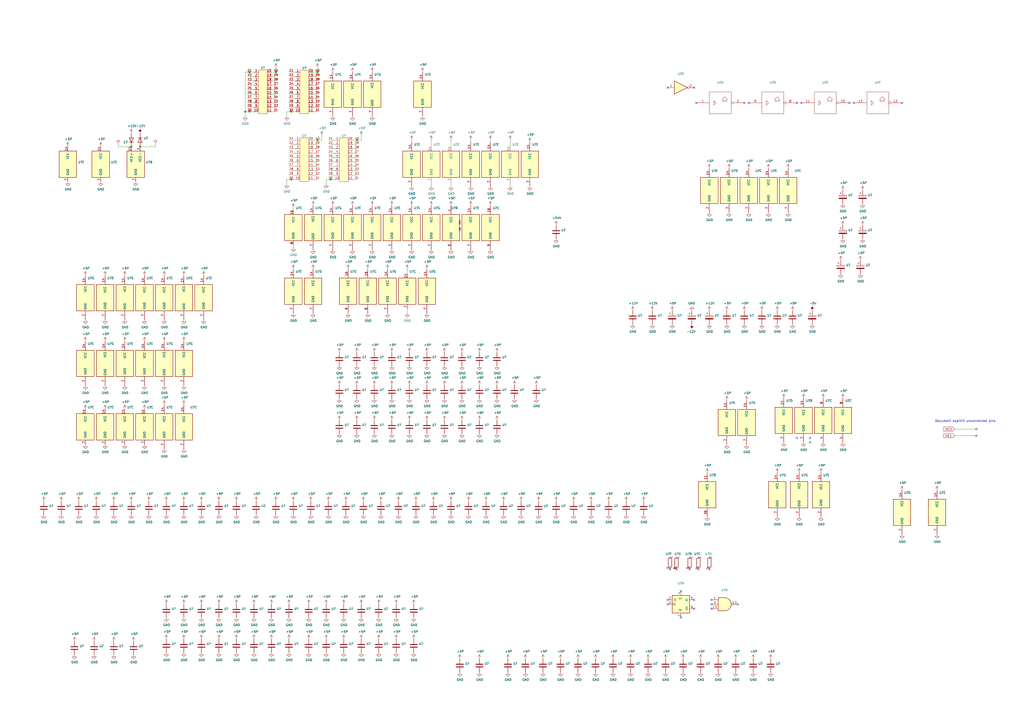
<source format=kicad_sch>
(kicad_sch (version 20220820) (generator eeschema)
  (paper "A2")
  (lib_symbols
    (symbol "74xx:74LS00" (pin_names (offset 1.016))
      (property "Reference" "U" (at 0 1.27 0))
      (property "Value" "74LS00" (at 0 -1.27 0))
      (symbol "74LS00_1_1"
        (pin input line (at -7.62 2.54 0) (length 3.81) (name "~") (number "1"))
        (pin input line (at -7.62 -2.54 0) (length 3.81) (name "~") (number "2"))
        (pin output inverted (at 7.62 0 180) (length 3.81) (name "~") (number "3"))
      )
      (symbol "74LS00_1_2"
        (pin input inverted (at -7.62 2.54 0) (length 4.318) (name "~") (number "1"))
        (pin input inverted (at -7.62 -2.54 0) (length 4.318) (name "~") (number "2"))
        (pin output line (at 7.62 0 180) (length 3.81) (name "~") (number "3"))
      )
      (symbol "74LS00_2_1"
        (pin input line (at -7.62 2.54 0) (length 3.81) (name "~") (number "4"))
        (pin input line (at -7.62 -2.54 0) (length 3.81) (name "~") (number "5"))
        (pin output inverted (at 7.62 0 180) (length 3.81) (name "~") (number "6"))
      )
      (symbol "74LS00_2_2"
        (pin input inverted (at -7.62 2.54 0) (length 4.318) (name "~") (number "4"))
        (pin input inverted (at -7.62 -2.54 0) (length 4.318) (name "~") (number "5"))
        (pin output line (at 7.62 0 180) (length 3.81) (name "~") (number "6"))
      )
      (symbol "74LS00_3_1"
        (pin input line (at -7.62 -2.54 0) (length 3.81) (name "~") (number "10"))
        (pin output inverted (at 7.62 0 180) (length 3.81) (name "~") (number "8"))
        (pin input line (at -7.62 2.54 0) (length 3.81) (name "~") (number "9"))
      )
      (symbol "74LS00_3_2"
        (pin input inverted (at -7.62 -2.54 0) (length 4.318) (name "~") (number "10"))
        (pin output line (at 7.62 0 180) (length 3.81) (name "~") (number "8"))
        (pin input inverted (at -7.62 2.54 0) (length 4.318) (name "~") (number "9"))
      )
      (symbol "74LS00_4_1"
        (pin output inverted (at 7.62 0 180) (length 3.81) (name "~") (number "11"))
        (pin input line (at -7.62 2.54 0) (length 3.81) (name "~") (number "12"))
        (pin input line (at -7.62 -2.54 0) (length 3.81) (name "~") (number "13"))
      )
      (symbol "74LS00_4_2"
        (pin output line (at 7.62 0 180) (length 3.81) (name "~") (number "11"))
        (pin input inverted (at -7.62 2.54 0) (length 4.318) (name "~") (number "12"))
        (pin input inverted (at -7.62 -2.54 0) (length 4.318) (name "~") (number "13"))
      )
      (symbol "74LS00_5_0"
        (pin power_in line (at 0 12.7 270) (length 5.08) (name "VCC") (number "14"))
        (pin power_in line (at 0 -12.7 90) (length 5.08) (name "GND") (number "7"))
      )
    )
    (symbol "74xx:74LS02" (pin_names (offset 1.016))
      (property "Reference" "U" (at 0 1.27 0))
      (property "Value" "74LS02" (at 0 -1.27 0))
      (symbol "74LS02_1_1"
        (pin output inverted (at 7.62 0 180) (length 3.81) (name "~") (number "1"))
        (pin input line (at -7.62 2.54 0) (length 4.318) (name "~") (number "2"))
        (pin input line (at -7.62 -2.54 0) (length 4.318) (name "~") (number "3"))
      )
      (symbol "74LS02_1_2"
        (pin output line (at 7.62 0 180) (length 3.81) (name "~") (number "1"))
        (pin input inverted (at -7.62 2.54 0) (length 3.81) (name "~") (number "2"))
        (pin input inverted (at -7.62 -2.54 0) (length 3.81) (name "~") (number "3"))
      )
      (symbol "74LS02_2_1"
        (pin output inverted (at 7.62 0 180) (length 3.81) (name "~") (number "4"))
        (pin input line (at -7.62 2.54 0) (length 4.318) (name "~") (number "5"))
        (pin input line (at -7.62 -2.54 0) (length 4.318) (name "~") (number "6"))
      )
      (symbol "74LS02_2_2"
        (pin output line (at 7.62 0 180) (length 3.81) (name "~") (number "4"))
        (pin input inverted (at -7.62 2.54 0) (length 3.81) (name "~") (number "5"))
        (pin input inverted (at -7.62 -2.54 0) (length 3.81) (name "~") (number "6"))
      )
      (symbol "74LS02_3_1"
        (pin output inverted (at 7.62 0 180) (length 3.81) (name "~") (number "10"))
        (pin input line (at -7.62 2.54 0) (length 4.318) (name "~") (number "8"))
        (pin input line (at -7.62 -2.54 0) (length 4.318) (name "~") (number "9"))
      )
      (symbol "74LS02_3_2"
        (pin output line (at 7.62 0 180) (length 3.81) (name "~") (number "10"))
        (pin input inverted (at -7.62 2.54 0) (length 3.81) (name "~") (number "8"))
        (pin input inverted (at -7.62 -2.54 0) (length 3.81) (name "~") (number "9"))
      )
      (symbol "74LS02_4_1"
        (pin input line (at -7.62 2.54 0) (length 4.318) (name "~") (number "11"))
        (pin input line (at -7.62 -2.54 0) (length 4.318) (name "~") (number "12"))
        (pin output inverted (at 7.62 0 180) (length 3.81) (name "~") (number "13"))
      )
      (symbol "74LS02_4_2"
        (pin input inverted (at -7.62 2.54 0) (length 3.81) (name "~") (number "11"))
        (pin input inverted (at -7.62 -2.54 0) (length 3.81) (name "~") (number "12"))
        (pin output line (at 7.62 0 180) (length 3.81) (name "~") (number "13"))
      )
      (symbol "74LS02_5_0"
        (pin power_in line (at 0 12.7 270) (length 5.08) (name "VCC") (number "14"))
        (pin power_in line (at 0 -12.7 90) (length 5.08) (name "GND") (number "7"))
      )
    )
    (symbol "74xx:74LS04"
      (property "Reference" "U" (at 0 1.27 0))
      (property "Value" "74LS04" (at 0 -1.27 0))
      (symbol "74LS04_1_0"
        (pin input line (at -7.62 0 0) (length 3.81) (name "~") (number "1"))
        (pin output inverted (at 7.62 0 180) (length 3.81) (name "~") (number "2"))
      )
      (symbol "74LS04_2_0"
        (pin input line (at -7.62 0 0) (length 3.81) (name "~") (number "3"))
        (pin output inverted (at 7.62 0 180) (length 3.81) (name "~") (number "4"))
      )
      (symbol "74LS04_3_0"
        (pin input line (at -7.62 0 0) (length 3.81) (name "~") (number "5"))
        (pin output inverted (at 7.62 0 180) (length 3.81) (name "~") (number "6"))
      )
      (symbol "74LS04_4_0"
        (pin output inverted (at 7.62 0 180) (length 3.81) (name "~") (number "8"))
        (pin input line (at -7.62 0 0) (length 3.81) (name "~") (number "9"))
      )
      (symbol "74LS04_5_0"
        (pin output inverted (at 7.62 0 180) (length 3.81) (name "~") (number "10"))
        (pin input line (at -7.62 0 0) (length 3.81) (name "~") (number "11"))
      )
      (symbol "74LS04_6_0"
        (pin output inverted (at 7.62 0 180) (length 3.81) (name "~") (number "12"))
        (pin input line (at -7.62 0 0) (length 3.81) (name "~") (number "13"))
      )
      (symbol "74LS04_7_0"
        (pin power_in line (at 0 12.7 270) (length 5.08) (name "VCC") (number "14"))
        (pin power_in line (at 0 -12.7 90) (length 5.08) (name "GND") (number "7"))
      )
    )
    (symbol "74xx:74LS05" (pin_names (offset 1.016))
      (property "Reference" "U" (at 0 1.27 0))
      (property "Value" "74LS05" (at 0 -1.27 0))
      (symbol "74LS05_1_0"
        (pin input line (at -7.62 0 0) (length 3.81) (name "~") (number "1"))
        (pin open_collector inverted (at 7.62 0 180) (length 3.81) (name "~") (number "2"))
      )
      (symbol "74LS05_2_0"
        (pin input line (at -7.62 0 0) (length 3.81) (name "~") (number "3"))
        (pin open_collector inverted (at 7.62 0 180) (length 3.81) (name "~") (number "4"))
      )
      (symbol "74LS05_3_0"
        (pin input line (at -7.62 0 0) (length 3.81) (name "~") (number "5"))
        (pin open_collector inverted (at 7.62 0 180) (length 3.81) (name "~") (number "6"))
      )
      (symbol "74LS05_4_0"
        (pin open_collector inverted (at 7.62 0 180) (length 3.81) (name "~") (number "8"))
        (pin input line (at -7.62 0 0) (length 3.81) (name "~") (number "9"))
      )
      (symbol "74LS05_5_0"
        (pin open_collector inverted (at 7.62 0 180) (length 3.81) (name "~") (number "10"))
        (pin input line (at -7.62 0 0) (length 3.81) (name "~") (number "11"))
      )
      (symbol "74LS05_6_0"
        (pin open_collector inverted (at 7.62 0 180) (length 3.81) (name "~") (number "12"))
        (pin input line (at -7.62 0 0) (length 3.81) (name "~") (number "13"))
      )
      (symbol "74LS05_7_0"
        (pin power_in line (at 0 12.7 270) (length 5.08) (name "VCC") (number "14"))
        (pin power_in line (at 0 -12.7 90) (length 5.08) (name "GND") (number "7"))
      )
    )
    (symbol "74xx:74LS08" (pin_names (offset 1.016))
      (property "Reference" "U" (at 0 1.27 0))
      (property "Value" "74LS08" (at 0 -1.27 0))
      (symbol "74LS08_1_1"
        (pin input line (at -7.62 2.54 0) (length 3.81) (name "~") (number "1"))
        (pin input line (at -7.62 -2.54 0) (length 3.81) (name "~") (number "2"))
        (pin output line (at 7.62 0 180) (length 3.81) (name "~") (number "3"))
      )
      (symbol "74LS08_1_2"
        (pin input inverted (at -7.62 2.54 0) (length 4.318) (name "~") (number "1"))
        (pin input inverted (at -7.62 -2.54 0) (length 4.318) (name "~") (number "2"))
        (pin output inverted (at 7.62 0 180) (length 3.81) (name "~") (number "3"))
      )
      (symbol "74LS08_2_1"
        (pin input line (at -7.62 2.54 0) (length 3.81) (name "~") (number "4"))
        (pin input line (at -7.62 -2.54 0) (length 3.81) (name "~") (number "5"))
        (pin output line (at 7.62 0 180) (length 3.81) (name "~") (number "6"))
      )
      (symbol "74LS08_2_2"
        (pin input inverted (at -7.62 2.54 0) (length 4.318) (name "~") (number "4"))
        (pin input inverted (at -7.62 -2.54 0) (length 4.318) (name "~") (number "5"))
        (pin output inverted (at 7.62 0 180) (length 3.81) (name "~") (number "6"))
      )
      (symbol "74LS08_3_1"
        (pin input line (at -7.62 -2.54 0) (length 3.81) (name "~") (number "10"))
        (pin output line (at 7.62 0 180) (length 3.81) (name "~") (number "8"))
        (pin input line (at -7.62 2.54 0) (length 3.81) (name "~") (number "9"))
      )
      (symbol "74LS08_3_2"
        (pin input inverted (at -7.62 -2.54 0) (length 4.318) (name "~") (number "10"))
        (pin output inverted (at 7.62 0 180) (length 3.81) (name "~") (number "8"))
        (pin input inverted (at -7.62 2.54 0) (length 4.318) (name "~") (number "9"))
      )
      (symbol "74LS08_4_1"
        (pin output line (at 7.62 0 180) (length 3.81) (name "~") (number "11"))
        (pin input line (at -7.62 2.54 0) (length 3.81) (name "~") (number "12"))
        (pin input line (at -7.62 -2.54 0) (length 3.81) (name "~") (number "13"))
      )
      (symbol "74LS08_4_2"
        (pin output inverted (at 7.62 0 180) (length 3.81) (name "~") (number "11"))
        (pin input inverted (at -7.62 2.54 0) (length 4.318) (name "~") (number "12"))
        (pin input inverted (at -7.62 -2.54 0) (length 4.318) (name "~") (number "13"))
      )
      (symbol "74LS08_5_0"
        (pin power_in line (at 0 12.7 270) (length 5.08) (name "VCC") (number "14"))
        (pin power_in line (at 0 -12.7 90) (length 5.08) (name "GND") (number "7"))
      )
    )
    (symbol "74xx:74LS10" (pin_names (offset 1.016))
      (property "Reference" "U" (at 0 1.27 0))
      (property "Value" "74LS10" (at 0 -1.27 0))
      (symbol "74LS10_1_1"
        (pin input line (at -7.62 2.54 0) (length 3.81) (name "~") (number "1"))
        (pin output inverted (at 7.62 0 180) (length 3.81) (name "~") (number "12"))
        (pin input line (at -7.62 -2.54 0) (length 3.81) (name "~") (number "13"))
        (pin input line (at -7.62 0 0) (length 3.81) (name "~") (number "2"))
      )
      (symbol "74LS10_1_2"
        (pin input inverted (at -7.62 2.54 0) (length 4.318) (name "~") (number "1"))
        (pin output line (at 7.62 0 180) (length 3.81) (name "~") (number "12"))
        (pin input inverted (at -7.62 -2.54 0) (length 4.318) (name "~") (number "13"))
        (pin input inverted (at -7.62 0 0) (length 4.953) (name "~") (number "2"))
      )
      (symbol "74LS10_2_1"
        (pin input line (at -7.62 2.54 0) (length 3.81) (name "~") (number "3"))
        (pin input line (at -7.62 0 0) (length 3.81) (name "~") (number "4"))
        (pin input line (at -7.62 -2.54 0) (length 3.81) (name "~") (number "5"))
        (pin output inverted (at 7.62 0 180) (length 3.81) (name "~") (number "6"))
      )
      (symbol "74LS10_2_2"
        (pin input inverted (at -7.62 2.54 0) (length 4.318) (name "~") (number "3"))
        (pin input inverted (at -7.62 0 0) (length 4.953) (name "~") (number "4"))
        (pin input inverted (at -7.62 -2.54 0) (length 4.318) (name "~") (number "5"))
        (pin output line (at 7.62 0 180) (length 3.81) (name "~") (number "6"))
      )
      (symbol "74LS10_3_1"
        (pin input line (at -7.62 0 0) (length 3.81) (name "~") (number "10"))
        (pin input line (at -7.62 -2.54 0) (length 3.81) (name "~") (number "11"))
        (pin output inverted (at 7.62 0 180) (length 3.81) (name "~") (number "8"))
        (pin input line (at -7.62 2.54 0) (length 3.81) (name "~") (number "9"))
      )
      (symbol "74LS10_3_2"
        (pin input inverted (at -7.62 0 0) (length 4.953) (name "~") (number "10"))
        (pin input inverted (at -7.62 -2.54 0) (length 4.318) (name "~") (number "11"))
        (pin output line (at 7.62 0 180) (length 3.81) (name "~") (number "8"))
        (pin input inverted (at -7.62 2.54 0) (length 4.318) (name "~") (number "9"))
      )
      (symbol "74LS10_4_0"
        (pin power_in line (at 0 12.7 270) (length 5.08) (name "VCC") (number "14"))
        (pin power_in line (at 0 -12.7 90) (length 5.08) (name "GND") (number "7"))
      )
    )
    (symbol "74xx:74LS112" (pin_names (offset 1.016))
      (property "Reference" "U" (at -7.62 8.89 0))
      (property "Value" "74LS112" (at -7.62 -8.89 0))
      (symbol "74LS112_1_0"
        (pin input clock (at -7.62 0 0) (length 2.54) (name "C") (number "1"))
        (pin input line (at 0 -7.62 90) (length 2.54) (name "~{R}") (number "15"))
        (pin input line (at -7.62 -2.54 0) (length 2.54) (name "K") (number "2"))
        (pin input line (at -7.62 2.54 0) (length 2.54) (name "J") (number "3"))
        (pin input line (at 0 7.62 270) (length 2.54) (name "~{S}") (number "4"))
        (pin output line (at 7.62 2.54 180) (length 2.54) (name "Q") (number "5"))
        (pin output line (at 7.62 -2.54 180) (length 2.54) (name "~{Q}") (number "6"))
      )
      (symbol "74LS112_2_0"
        (pin input line (at 0 7.62 270) (length 2.54) (name "~{S}") (number "10"))
        (pin input line (at -7.62 2.54 0) (length 2.54) (name "J") (number "11"))
        (pin input line (at -7.62 -2.54 0) (length 2.54) (name "K") (number "12"))
        (pin input clock (at -7.62 0 0) (length 2.54) (name "C") (number "13"))
        (pin input line (at 0 -7.62 90) (length 2.54) (name "~{R}") (number "14"))
        (pin output line (at 7.62 -2.54 180) (length 2.54) (name "~{Q}") (number "7"))
        (pin output line (at 7.62 2.54 180) (length 2.54) (name "Q") (number "9"))
      )
      (symbol "74LS112_3_0"
        (pin power_in line (at 0 10.16 270) (length 2.54) (name "VCC") (number "16"))
        (pin power_in line (at 0 -10.16 90) (length 2.54) (name "GND") (number "8"))
      )
    )
    (symbol "74xx:74LS123" (pin_names (offset 1.016))
      (property "Reference" "U" (at -7.62 8.89 0))
      (property "Value" "74LS123" (at -7.62 -8.89 0))
      (symbol "74LS123_1_0"
        (pin input inverted (at -12.7 -2.54 0) (length 5.08) (name "A") (number "1"))
        (pin output line (at 12.7 5.08 180) (length 5.08) (name "Q") (number "13"))
        (pin input line (at -12.7 2.54 0) (length 5.08) (name "Cext") (number "14"))
        (pin input line (at -12.7 5.08 0) (length 5.08) (name "RCext") (number "15"))
        (pin input line (at -12.7 -5.08 0) (length 5.08) (name "B") (number "2"))
        (pin input inverted (at 0 -12.7 90) (length 5.08) (name "Clr") (number "3"))
        (pin output line (at 12.7 -5.08 180) (length 5.08) (name "~{Q}") (number "4"))
      )
      (symbol "74LS123_2_0"
        (pin input line (at -12.7 -5.08 0) (length 5.08) (name "B") (number "10"))
        (pin input inverted (at 0 -12.7 90) (length 5.08) (name "Clr") (number "11"))
        (pin output line (at 12.7 -5.08 180) (length 5.08) (name "~{Q}") (number "12"))
        (pin output line (at 12.7 5.08 180) (length 5.08) (name "Q") (number "5"))
        (pin input line (at -12.7 2.54 0) (length 5.08) (name "Cext") (number "6"))
        (pin input line (at -12.7 5.08 0) (length 5.08) (name "RCext") (number "7"))
        (pin input inverted (at -12.7 -2.54 0) (length 5.08) (name "A") (number "9"))
      )
      (symbol "74LS123_3_0"
        (pin power_in line (at 0 12.7 270) (length 5.08) (name "VCC") (number "16"))
        (pin power_in line (at 0 -12.7 90) (length 5.08) (name "GND") (number "8"))
      )
    )
    (symbol "74xx:74LS132" (pin_names (offset 1.016))
      (property "Reference" "U" (at 0 1.27 0))
      (property "Value" "74LS132" (at 0 -1.27 0))
      (symbol "74LS132_1_1"
        (pin input line (at -7.62 2.54 0) (length 3.81) (name "~") (number "1"))
        (pin input line (at -7.62 -2.54 0) (length 3.81) (name "~") (number "2"))
        (pin output inverted (at 7.62 0 180) (length 3.81) (name "~") (number "3"))
      )
      (symbol "74LS132_1_2"
        (pin input inverted (at -7.62 2.54 0) (length 4.318) (name "~") (number "1"))
        (pin input inverted (at -7.62 -2.54 0) (length 4.318) (name "~") (number "2"))
        (pin output line (at 7.62 0 180) (length 3.81) (name "~") (number "3"))
      )
      (symbol "74LS132_2_1"
        (pin input line (at -7.62 2.54 0) (length 3.81) (name "~") (number "4"))
        (pin input line (at -7.62 -2.54 0) (length 3.81) (name "~") (number "5"))
        (pin output inverted (at 7.62 0 180) (length 3.81) (name "~") (number "6"))
      )
      (symbol "74LS132_2_2"
        (pin input inverted (at -7.62 2.54 0) (length 4.318) (name "~") (number "4"))
        (pin input inverted (at -7.62 -2.54 0) (length 4.318) (name "~") (number "5"))
        (pin output line (at 7.62 0 180) (length 3.81) (name "~") (number "6"))
      )
      (symbol "74LS132_3_1"
        (pin input line (at -7.62 -2.54 0) (length 3.81) (name "~") (number "10"))
        (pin output inverted (at 7.62 0 180) (length 3.81) (name "~") (number "8"))
        (pin input line (at -7.62 2.54 0) (length 3.81) (name "~") (number "9"))
      )
      (symbol "74LS132_3_2"
        (pin input inverted (at -7.62 -2.54 0) (length 4.318) (name "~") (number "10"))
        (pin output line (at 7.62 0 180) (length 3.81) (name "~") (number "8"))
        (pin input inverted (at -7.62 2.54 0) (length 4.318) (name "~") (number "9"))
      )
      (symbol "74LS132_4_1"
        (pin output inverted (at 7.62 0 180) (length 3.81) (name "~") (number "11"))
        (pin input line (at -7.62 2.54 0) (length 3.81) (name "~") (number "12"))
        (pin input line (at -7.62 -2.54 0) (length 3.81) (name "~") (number "13"))
      )
      (symbol "74LS132_4_2"
        (pin output line (at 7.62 0 180) (length 3.81) (name "~") (number "11"))
        (pin input inverted (at -7.62 2.54 0) (length 4.318) (name "~") (number "12"))
        (pin input inverted (at -7.62 -2.54 0) (length 4.318) (name "~") (number "13"))
      )
      (symbol "74LS132_5_0"
        (pin power_in line (at 0 12.7 270) (length 5.08) (name "VCC") (number "14"))
        (pin power_in line (at 0 -12.7 90) (length 5.08) (name "GND") (number "7"))
      )
    )
    (symbol "74xx:74LS14" (pin_names (offset 1.016))
      (property "Reference" "U" (at 0 1.27 0))
      (property "Value" "74LS14" (at 0 -1.27 0))
      (symbol "74LS14_1_0"
        (pin input line (at -7.62 0 0) (length 3.81) (name "~") (number "1"))
        (pin output inverted (at 7.62 0 180) (length 3.81) (name "~") (number "2"))
      )
      (symbol "74LS14_2_0"
        (pin input line (at -7.62 0 0) (length 3.81) (name "~") (number "3"))
        (pin output inverted (at 7.62 0 180) (length 3.81) (name "~") (number "4"))
      )
      (symbol "74LS14_3_0"
        (pin input line (at -7.62 0 0) (length 3.81) (name "~") (number "5"))
        (pin output inverted (at 7.62 0 180) (length 3.81) (name "~") (number "6"))
      )
      (symbol "74LS14_4_0"
        (pin output inverted (at 7.62 0 180) (length 3.81) (name "~") (number "8"))
        (pin input line (at -7.62 0 0) (length 3.81) (name "~") (number "9"))
      )
      (symbol "74LS14_5_0"
        (pin output inverted (at 7.62 0 180) (length 3.81) (name "~") (number "10"))
        (pin input line (at -7.62 0 0) (length 3.81) (name "~") (number "11"))
      )
      (symbol "74LS14_6_0"
        (pin output inverted (at 7.62 0 180) (length 3.81) (name "~") (number "12"))
        (pin input line (at -7.62 0 0) (length 3.81) (name "~") (number "13"))
      )
      (symbol "74LS14_7_0"
        (pin power_in line (at 0 12.7 270) (length 5.08) (name "VCC") (number "14"))
        (pin power_in line (at 0 -12.7 90) (length 5.08) (name "GND") (number "7"))
      )
    )
    (symbol "74xx:74LS20" (pin_names (offset 1.016))
      (property "Reference" "U" (at 0 1.27 0))
      (property "Value" "74LS20" (at 0 -1.27 0))
      (symbol "74LS20_1_1"
        (pin input line (at -7.62 3.81 0) (length 3.81) (name "~") (number "1"))
        (pin input line (at -7.62 1.27 0) (length 3.81) (name "~") (number "2"))
        (pin input line (at -7.62 -1.27 0) (length 3.81) (name "~") (number "4"))
        (pin input line (at -7.62 -3.81 0) (length 3.81) (name "~") (number "5"))
        (pin output inverted (at 7.62 0 180) (length 3.81) (name "~") (number "6"))
      )
      (symbol "74LS20_1_2"
        (pin input inverted (at -7.62 3.81 0) (length 3.81) (name "~") (number "1"))
        (pin input inverted (at -7.62 1.27 0) (length 4.826) (name "~") (number "2"))
        (pin input inverted (at -7.62 -1.27 0) (length 4.826) (name "~") (number "4"))
        (pin input inverted (at -7.62 -3.81 0) (length 3.81) (name "~") (number "5"))
        (pin output line (at 7.62 0 180) (length 3.81) (name "~") (number "6"))
      )
      (symbol "74LS20_2_1"
        (pin input line (at -7.62 1.27 0) (length 3.81) (name "~") (number "10"))
        (pin input line (at -7.62 -1.27 0) (length 3.81) (name "~") (number "12"))
        (pin input line (at -7.62 -3.81 0) (length 3.81) (name "~") (number "13"))
        (pin output inverted (at 7.62 0 180) (length 3.81) (name "~") (number "8"))
        (pin input line (at -7.62 3.81 0) (length 3.81) (name "~") (number "9"))
      )
      (symbol "74LS20_2_2"
        (pin input inverted (at -7.62 1.27 0) (length 4.826) (name "~") (number "10"))
        (pin input inverted (at -7.62 -1.27 0) (length 4.826) (name "~") (number "12"))
        (pin input inverted (at -7.62 -3.81 0) (length 3.81) (name "~") (number "13"))
        (pin output line (at 7.62 0 180) (length 3.81) (name "~") (number "8"))
        (pin input inverted (at -7.62 3.81 0) (length 3.81) (name "~") (number "9"))
      )
      (symbol "74LS20_3_0"
        (pin power_in line (at 0 12.7 270) (length 5.08) (name "VCC") (number "14"))
        (pin power_in line (at 0 -12.7 90) (length 5.08) (name "GND") (number "7"))
      )
    )
    (symbol "74xx:74LS221" (pin_names (offset 1.016))
      (property "Reference" "U" (at -7.62 8.89 0))
      (property "Value" "74LS221" (at -7.62 -8.89 0))
      (symbol "74LS221_1_0"
        (pin input line (at -12.7 5.08 0) (length 5.08) (name "~{A}") (number "1"))
        (pin output line (at 12.7 5.08 180) (length 5.08) (name "Q") (number "13"))
        (pin input line (at 0 12.7 270) (length 5.08) (name "Cext") (number "14"))
        (pin input line (at 2.54 12.7 270) (length 5.08) (name "RCext") (number "15"))
        (pin input line (at -12.7 2.54 0) (length 5.08) (name "B") (number "2"))
        (pin input line (at -12.7 -2.54 0) (length 5.08) (name "~{CLR}") (number "3"))
        (pin output line (at 12.7 -5.08 180) (length 5.08) (name "~{Q}") (number "4"))
      )
      (symbol "74LS221_2_0"
        (pin input line (at -12.7 2.54 0) (length 5.08) (name "B") (number "10"))
        (pin input line (at -12.7 -2.54 0) (length 5.08) (name "~{CLR}") (number "11"))
        (pin output line (at 12.7 -5.08 180) (length 5.08) (name "~{Q}") (number "12"))
        (pin output line (at 12.7 5.08 180) (length 5.08) (name "Q") (number "5"))
        (pin input line (at 0 12.7 270) (length 5.08) (name "Cext") (number "6"))
        (pin input line (at 2.54 12.7 270) (length 5.08) (name "RCext") (number "7"))
        (pin input line (at -12.7 5.08 0) (length 5.08) (name "~{A}") (number "9"))
      )
      (symbol "74LS221_3_0"
        (pin power_in line (at 0 12.7 270) (length 5.08) (name "VCC") (number "16"))
        (pin power_in line (at 0 -12.7 90) (length 5.08) (name "GND") (number "8"))
      )
    )
    (symbol "74xx:74LS30" (pin_names (offset 1.016))
      (property "Reference" "U" (at 0 1.27 0))
      (property "Value" "74LS30" (at 0 -1.27 0))
      (symbol "74LS30_1_1"
        (pin input line (at -7.62 7.62 0) (length 3.81) (name "~") (number "1"))
        (pin input line (at -7.62 -7.62 0) (length 3.81) (name "~") (number "11"))
        (pin input line (at -7.62 -10.16 0) (length 3.81) (name "~") (number "12"))
        (pin input line (at -7.62 5.08 0) (length 3.81) (name "~") (number "2"))
        (pin input line (at -7.62 2.54 0) (length 3.81) (name "~") (number "3"))
        (pin input line (at -7.62 0 0) (length 3.81) (name "~") (number "4"))
        (pin input line (at -7.62 -2.54 0) (length 3.81) (name "~") (number "5"))
        (pin input line (at -7.62 -5.08 0) (length 3.81) (name "~") (number "6"))
        (pin output inverted (at 7.62 0 180) (length 3.81) (name "~") (number "8"))
      )
      (symbol "74LS30_1_2"
        (pin input inverted (at -7.62 7.62 0) (length 3.81) (name "~") (number "1"))
        (pin input inverted (at -7.62 -7.62 0) (length 3.81) (name "~") (number "11"))
        (pin input inverted (at -7.62 -10.16 0) (length 3.81) (name "~") (number "12"))
        (pin input inverted (at -7.62 5.08 0) (length 3.81) (name "~") (number "2"))
        (pin input inverted (at -7.62 2.54 0) (length 4.5466) (name "~") (number "3"))
        (pin input inverted (at -7.62 0 0) (length 5.08) (name "~") (number "4"))
        (pin input inverted (at -7.62 -2.54 0) (length 4.5466) (name "~") (number "5"))
        (pin input inverted (at -7.62 -5.08 0) (length 3.81) (name "~") (number "6"))
        (pin output line (at 7.62 0 180) (length 3.81) (name "~") (number "8"))
      )
      (symbol "74LS30_2_0"
        (pin power_in line (at 0 12.7 270) (length 5.08) (name "VCC") (number "14"))
        (pin power_in line (at 0 -12.7 90) (length 5.08) (name "GND") (number "7"))
      )
    )
    (symbol "74xx:74LS32" (pin_names (offset 1.016))
      (property "Reference" "U" (at 0 1.27 0))
      (property "Value" "74LS32" (at 0 -1.27 0))
      (symbol "74LS32_1_1"
        (pin input line (at -7.62 2.54 0) (length 4.318) (name "~") (number "1"))
        (pin input line (at -7.62 -2.54 0) (length 4.318) (name "~") (number "2"))
        (pin output line (at 7.62 0 180) (length 3.81) (name "~") (number "3"))
      )
      (symbol "74LS32_1_2"
        (pin input inverted (at -7.62 2.54 0) (length 3.81) (name "~") (number "1"))
        (pin input inverted (at -7.62 -2.54 0) (length 3.81) (name "~") (number "2"))
        (pin output inverted (at 7.62 0 180) (length 3.81) (name "~") (number "3"))
      )
      (symbol "74LS32_2_1"
        (pin input line (at -7.62 2.54 0) (length 4.318) (name "~") (number "4"))
        (pin input line (at -7.62 -2.54 0) (length 4.318) (name "~") (number "5"))
        (pin output line (at 7.62 0 180) (length 3.81) (name "~") (number "6"))
      )
      (symbol "74LS32_2_2"
        (pin input inverted (at -7.62 2.54 0) (length 3.81) (name "~") (number "4"))
        (pin input inverted (at -7.62 -2.54 0) (length 3.81) (name "~") (number "5"))
        (pin output inverted (at 7.62 0 180) (length 3.81) (name "~") (number "6"))
      )
      (symbol "74LS32_3_1"
        (pin input line (at -7.62 -2.54 0) (length 4.318) (name "~") (number "10"))
        (pin output line (at 7.62 0 180) (length 3.81) (name "~") (number "8"))
        (pin input line (at -7.62 2.54 0) (length 4.318) (name "~") (number "9"))
      )
      (symbol "74LS32_3_2"
        (pin input inverted (at -7.62 -2.54 0) (length 3.81) (name "~") (number "10"))
        (pin output inverted (at 7.62 0 180) (length 3.81) (name "~") (number "8"))
        (pin input inverted (at -7.62 2.54 0) (length 3.81) (name "~") (number "9"))
      )
      (symbol "74LS32_4_1"
        (pin output line (at 7.62 0 180) (length 3.81) (name "~") (number "11"))
        (pin input line (at -7.62 2.54 0) (length 4.318) (name "~") (number "12"))
        (pin input line (at -7.62 -2.54 0) (length 4.318) (name "~") (number "13"))
      )
      (symbol "74LS32_4_2"
        (pin output inverted (at 7.62 0 180) (length 3.81) (name "~") (number "11"))
        (pin input inverted (at -7.62 2.54 0) (length 3.81) (name "~") (number "12"))
        (pin input inverted (at -7.62 -2.54 0) (length 3.81) (name "~") (number "13"))
      )
      (symbol "74LS32_5_0"
        (pin power_in line (at 0 12.7 270) (length 5.08) (name "VCC") (number "14"))
        (pin power_in line (at 0 -12.7 90) (length 5.08) (name "GND") (number "7"))
      )
    )
    (symbol "74xx:74LS629" (pin_names (offset 1.016))
      (property "Reference" "U" (at -7.62 8.89 0))
      (property "Value" "74LS629" (at -7.62 -8.89 0))
      (symbol "74LS629_1_0"
        (pin passive line (at 0 12.7 270) (length 5.08) (name "OSC") (number "15"))
        (pin input line (at -12.7 -5.08 0) (length 5.08) (name "FC") (number "2"))
        (pin input line (at -12.7 0 0) (length 5.08) (name "RNG") (number "3"))
        (pin passive line (at 12.7 0 180) (length 5.08) (name "CX1") (number "4"))
        (pin passive line (at 12.7 -5.08 180) (length 5.08) (name "CX2") (number "5"))
        (pin input inverted (at -12.7 5.08 0) (length 5.08) (name "EN") (number "6"))
        (pin output line (at 12.7 5.08 180) (length 5.08) (name "Y") (number "7"))
      )
      (symbol "74LS629_2_0"
        (pin input line (at -12.7 -5.08 0) (length 5.08) (name "FC") (number "1"))
        (pin output line (at 12.7 5.08 180) (length 5.08) (name "Y") (number "10"))
        (pin input inverted (at -12.7 5.08 0) (length 5.08) (name "EN") (number "11"))
        (pin passive line (at 12.7 -5.08 180) (length 5.08) (name "CX2") (number "12"))
        (pin passive line (at 12.7 0 180) (length 5.08) (name "CX1") (number "13"))
        (pin input line (at -12.7 0 0) (length 5.08) (name "RNG") (number "14"))
        (pin passive line (at 0 12.7 270) (length 5.08) (name "OSC") (number "8"))
      )
      (symbol "74LS629_3_0"
        (pin power_in line (at 0 12.7 270) (length 5.08) (name "VCC") (number "16"))
        (pin power_in line (at 0 -12.7 90) (length 5.08) (name "GND") (number "9"))
      )
    )
    (symbol "74xx:74LS74" (pin_names (offset 1.016))
      (property "Reference" "U" (at -7.62 8.89 0))
      (property "Value" "74LS74" (at -7.62 -8.89 0))
      (symbol "74LS74_1_0"
        (pin input line (at 0 -7.62 90) (length 2.54) (name "~{R}") (number "1"))
        (pin input line (at -7.62 2.54 0) (length 2.54) (name "D") (number "2"))
        (pin input clock (at -7.62 0 0) (length 2.54) (name "C") (number "3"))
        (pin input line (at 0 7.62 270) (length 2.54) (name "~{S}") (number "4"))
        (pin output line (at 7.62 2.54 180) (length 2.54) (name "Q") (number "5"))
        (pin output line (at 7.62 -2.54 180) (length 2.54) (name "~{Q}") (number "6"))
      )
      (symbol "74LS74_2_0"
        (pin input line (at 0 7.62 270) (length 2.54) (name "~{S}") (number "10"))
        (pin input clock (at -7.62 0 0) (length 2.54) (name "C") (number "11"))
        (pin input line (at -7.62 2.54 0) (length 2.54) (name "D") (number "12"))
        (pin input line (at 0 -7.62 90) (length 2.54) (name "~{R}") (number "13"))
        (pin output line (at 7.62 -2.54 180) (length 2.54) (name "~{Q}") (number "8"))
        (pin output line (at 7.62 2.54 180) (length 2.54) (name "Q") (number "9"))
      )
      (symbol "74LS74_3_0"
        (pin power_in line (at 0 10.16 270) (length 2.54) (name "VCC") (number "14"))
        (pin power_in line (at 0 -10.16 90) (length 2.54) (name "GND") (number "7"))
      )
    )
    (symbol "74xx_IEEE:7416" (pin_names (offset 0.762))
      (property "Reference" "U" (at 3.81 7.62 0))
      (property "Value" "7416" (at 6.35 -8.89 0))
      (symbol "7416_0_1"
        (pin power_in line (at 0 6.35 270) (length 0) hide (name "Vcc") (number "14"))
        (pin power_in line (at 0 -6.35 90) (length 0) hide (name "Gnd") (number "7"))
      )
      (symbol "7416_1_1"
        (pin input line (at -13.97 0 0) (length 7.62) (name "~") (number "1"))
        (pin open_collector inverted (at 13.97 0 180) (length 7.62) (name "~") (number "2"))
      )
      (symbol "7416_2_1"
        (pin input line (at -13.97 0 0) (length 7.62) (name "~") (number "3"))
        (pin open_collector inverted (at 13.97 0 180) (length 7.62) (name "~") (number "4"))
      )
      (symbol "7416_3_1"
        (pin input line (at -13.97 0 0) (length 7.62) (name "~") (number "5"))
        (pin open_collector inverted (at 13.97 0 180) (length 7.62) (name "~") (number "6"))
      )
      (symbol "7416_4_1"
        (pin open_collector inverted (at 13.97 0 180) (length 7.62) (name "~") (number "8"))
        (pin input line (at -13.97 0 0) (length 7.62) (name "~") (number "9"))
      )
      (symbol "7416_5_1"
        (pin open_collector inverted (at 13.97 0 180) (length 7.62) (name "~") (number "10"))
        (pin input line (at -13.97 0 0) (length 7.62) (name "~") (number "11"))
      )
      (symbol "7416_6_1"
        (pin open_collector inverted (at 13.97 0 180) (length 7.62) (name "~") (number "12"))
        (pin input line (at -13.97 0 0) (length 7.62) (name "~") (number "13"))
      )
    )
    (symbol "Device:C" (pin_numbers hide) (pin_names (offset 0.254))
      (property "Reference" "C" (at 0.635 2.54 0))
      (property "Value" "C" (at 0.635 -2.54 0))
      (symbol "C_1_1"
        (pin passive line (at 0 3.81 270) (length 2.794) (name "~") (number "1"))
        (pin passive line (at 0 -3.81 90) (length 2.794) (name "~") (number "2"))
      )
    )
    (symbol "Device:CP" (pin_numbers hide) (pin_names (offset 0.254))
      (property "Reference" "C" (at 0.635 2.54 0))
      (property "Value" "Device_CP" (at 0.635 -2.54 0))
      (symbol "CP_1_1"
        (pin passive line (at 0 3.81 270) (length 2.794) (name "~") (number "1"))
        (pin passive line (at 0 -3.81 90) (length 2.794) (name "~") (number "2"))
      )
    )
    (symbol "Device:D" (pin_numbers hide) (pin_names (offset 1.016) hide)
      (property "Reference" "D" (at 0 2.54 0))
      (property "Value" "D" (at 0 -2.54 0))
      (symbol "D_1_1"
        (pin passive line (at -3.81 0 0) (length 2.54) (name "K") (number "1"))
        (pin passive line (at 3.81 0 180) (length 2.54) (name "A") (number "2"))
      )
    )
    (symbol "Device:R_Network07_Split" (pin_names (offset 0) hide)
      (property "Reference" "RN" (at 2.032 0 90))
      (property "Value" "R_Network07_Split" (at 0 0 90))
      (symbol "R_Network07_Split_1_1"
        (pin passive line (at 0 3.81 270) (length 1.27) (name "R1.1") (number "1"))
        (pin passive line (at 0 -3.81 90) (length 1.27) (name "R1.2") (number "2"))
      )
      (symbol "R_Network07_Split_2_1"
        (text "1" (at 0.889 3.175 900) (effects (font (size 1.27 1.27))))
        (pin passive line (at 0 -3.81 90) (length 1.27) (name "R2.2") (number "3"))
      )
      (symbol "R_Network07_Split_3_1"
        (text "1" (at 0.889 3.175 900) (effects (font (size 1.27 1.27))))
        (pin passive line (at 0 -3.81 90) (length 1.27) (name "R3.2") (number "4"))
      )
      (symbol "R_Network07_Split_4_1"
        (text "1" (at 0.889 3.175 900) (effects (font (size 1.27 1.27))))
        (pin passive line (at 0 -3.81 90) (length 1.27) (name "R4.2") (number "5"))
      )
      (symbol "R_Network07_Split_5_1"
        (text "1" (at 0.889 3.175 900) (effects (font (size 1.27 1.27))))
        (pin passive line (at 0 -3.81 90) (length 1.27) (name "R5.2") (number "6"))
      )
      (symbol "R_Network07_Split_6_1"
        (text "1" (at 0.889 3.175 900) (effects (font (size 1.27 1.27))))
        (pin passive line (at 0 -3.81 90) (length 1.27) (name "R6.2") (number "7"))
      )
      (symbol "R_Network07_Split_7_1"
        (text "1" (at 0.889 3.175 900) (effects (font (size 1.27 1.27))))
        (pin passive line (at 0 -3.81 90) (length 1.27) (name "R7.2") (number "8"))
      )
    )
    (symbol "LOET.DE:74LS260" (pin_names (offset 1.016))
      (property "Reference" "U" (at 1.27 12.7 0))
      (property "Value" "LOET.DE_74LS260" (at 5.08 10.16 0))
      (symbol "74LS260_1_1"
        (pin input line (at -7.62 -2.54 0) (length 4.318) (name "~") (number "10"))
        (pin input line (at -7.62 -5.08 0) (length 4.318) (name "~") (number "11"))
        (pin input line (at -7.62 5.08 0) (length 4.318) (name "~") (number "4"))
        (pin output inverted (at 7.62 0 180) (length 3.81) (name "~") (number "6"))
        (pin input line (at -7.62 2.54 0) (length 4.318) (name "~") (number "8"))
        (pin input line (at -7.62 0 0) (length 4.953) (name "~") (number "9"))
      )
      (symbol "74LS260_2_1"
        (pin input line (at -7.62 5.08 0) (length 4.318) (name "~") (number "1"))
        (pin input line (at -7.62 -2.54 0) (length 4.318) (name "~") (number "12"))
        (pin input line (at -7.62 -5.08 0) (length 4.318) (name "~") (number "13"))
        (pin input line (at -7.62 2.54 0) (length 4.318) (name "~") (number "2"))
        (pin input line (at -7.62 0 0) (length 4.953) (name "~") (number "3"))
        (pin output inverted (at 7.62 0 180) (length 3.81) (name "~") (number "5"))
      )
      (symbol "74LS260_3_1"
        (pin power_in line (at 0 13.97 270) (length 5.08) (name "VCC") (number "14"))
        (pin power_in line (at 0 -11.43 90) (length 5.08) (name "GND") (number "7"))
      )
    )
    (symbol "LOET.DE:75188" (pin_names (offset 1.016))
      (property "Reference" "U" (at -0.127 21.082 0))
      (property "Value" "LOET.DE_75188" (at -0.127 18.542 0))
      (symbol "75188_1_1"
        (pin input line (at -8.89 1.27 0) (length 2.54) (name "3B") (number "10"))
        (pin output inverted (at 8.89 -2.54 180) (length 2.54) (name "4Y") (number "11"))
        (pin input line (at -8.89 -1.27 0) (length 2.54) (name "4A") (number "12"))
        (pin input line (at -8.89 -3.81 0) (length 2.54) (name "4B") (number "13"))
        (pin input line (at -8.89 12.7 0) (length 2.54) (name "1A") (number "2"))
        (pin output inverted (at 8.89 12.7 180) (length 2.54) (name "1Y") (number "3"))
        (pin input line (at -8.89 8.89 0) (length 2.54) (name "2A") (number "4"))
        (pin input line (at -8.89 6.35 0) (length 2.54) (name "2B") (number "5"))
        (pin output inverted (at 8.89 7.62 180) (length 2.54) (name "2Y") (number "6"))
        (pin output inverted (at 8.89 2.54 180) (length 2.54) (name "3Y") (number "8"))
        (pin input line (at -8.89 3.81 0) (length 2.54) (name "3A") (number "9"))
      )
      (symbol "75188_2_1"
        (pin power_in line (at 2.54 7.62 270) (length 2.54) (name "VCC-") (number "1"))
        (pin power_in line (at -2.54 7.62 270) (length 2.54) (name "VCC+") (number "14"))
        (pin power_in line (at 0 -12.7 90) (length 2.54) (name "GND") (number "7"))
      )
    )
    (symbol "LOET.DE:75189" (pin_names (offset 1.016))
      (property "Reference" "U" (at 7.493 3.302 0))
      (property "Value" "LOET.DE_75189" (at 1.397 0.762 0))
      (symbol "75189_1_1"
        (pin input line (at 0 0 0) (length 3.81) (name "~") (number "1"))
        (pin input line (at 0 -6.35 0) (length 3.81) (name "~") (number "2"))
        (pin output inverted (at 15.24 0 180) (length 3.81) (name "~") (number "3"))
      )
      (symbol "75189_2_1"
        (pin input line (at 0 0 0) (length 3.81) (name "~") (number "4"))
        (pin input line (at 0 -6.35 0) (length 3.81) (name "~") (number "5"))
        (pin output inverted (at 15.24 0 180) (length 3.81) (name "~") (number "6"))
      )
      (symbol "75189_3_1"
        (pin input line (at 0 0 0) (length 3.81) (name "~") (number "10"))
        (pin output inverted (at 15.24 0 180) (length 3.81) (name "~") (number "8"))
        (pin input line (at 0 -6.35 0) (length 3.81) (name "~") (number "9"))
      )
      (symbol "75189_4_1"
        (pin output inverted (at 15.24 0 180) (length 3.81) (name "~") (number "11"))
        (pin input line (at 0 -6.35 0) (length 3.81) (name "~") (number "12"))
        (pin input line (at 0 0 0) (length 3.81) (name "~") (number "13"))
      )
      (symbol "75189_5_1"
        (pin power_in line (at 0 0 270) (length 2.54) (name "VCC") (number "14"))
        (pin power_in line (at 0 -20.32 90) (length 2.54) (name "GND") (number "7"))
      )
    )
    (symbol "LOET.DE:75451" (pin_names (offset 1.016))
      (property "Reference" "U" (at 4.064 2.54 0))
      (property "Value" "LOET.DE_75451" (at 9.906 2.54 0))
      (symbol "75451_1_1"
        (pin input line (at 0 0 0) (length 3.81) (name "~") (number "1"))
        (pin input line (at 0 -5.08 0) (length 3.81) (name "~") (number "2"))
        (pin open_collector line (at 15.24 -2.54 180) (length 3.81) (name "~") (number "3"))
      )
      (symbol "75451_1_2"
        (pin input inverted (at 5.08 154.432 0) (length 4.318) (name "~") (number "1"))
        (pin input inverted (at 5.08 149.352 0) (length 4.318) (name "~") (number "2"))
        (pin output inverted (at 20.32 151.892 180) (length 3.81) (name "~") (number "3"))
      )
      (symbol "75451_2_1"
        (pin open_collector line (at 15.24 -2.54 180) (length 3.81) (name "~") (number "5"))
        (pin input line (at 0 0 0) (length 3.81) (name "~") (number "6"))
        (pin input line (at 0 -5.08 0) (length 3.81) (name "~") (number "7"))
      )
      (symbol "75451_2_2"
        (pin input inverted (at 5.08 154.432 0) (length 4.318) (name "~") (number "4"))
        (pin input inverted (at 5.08 149.352 0) (length 4.318) (name "~") (number "5"))
        (pin output inverted (at 20.32 151.892 180) (length 3.81) (name "~") (number "6"))
      )
      (symbol "75451_3_1"
        (pin power_in line (at 6.35 -8.89 90) (length 5.08) (name "GND") (number "4"))
        (pin power_in line (at 6.35 16.51 270) (length 5.08) (name "VCC") (number "8"))
      )
      (symbol "75451_3_2"
        (pin input inverted (at 5.08 149.352 0) (length 4.318) (name "~") (number "10"))
        (pin output inverted (at 20.32 151.892 180) (length 3.81) (name "~") (number "8"))
        (pin input inverted (at 5.08 154.432 0) (length 4.318) (name "~") (number "9"))
      )
    )
    (symbol "LOET.DE:HH3006A" (pin_names (offset 1.016))
      (property "Reference" "U" (at -2.54 2.54 0))
      (property "Value" "LOET.DE_HH3006A" (at 1.27 0 0))
      (symbol "HH3006A_1_1"
        (pin input line (at -7.62 -6.35 0) (length 3.81) (name "~") (number "3"))
        (pin output line (at 7.62 -6.35 180) (length 3.81) (name "~") (number "6"))
      )
      (symbol "HH3006A_2_1"
        (pin power_in line (at -3.81 3.81 270) (length 5.08) (name "VCC") (number "1"))
        (pin passive line (at 1.27 -6.35 0) (length 0) (name "~") (number "2"))
        (pin passive line (at 1.27 -10.16 0) (length 0) (name "~") (number "4"))
        (pin power_in line (at -3.81 -21.59 90) (length 5.08) (name "GND") (number "5"))
      )
    )
    (symbol "LOET.DE:Spare20" (pin_names (offset 1.016))
      (property "Reference" "U" (at 0 12.7 0))
      (property "Value" "LOET.DE_Spare20" (at 0 -15.24 0))
      (symbol "Spare20_1_1"
        (pin passive line (at -5.08 10.16 0) (length 2.54) (name "~") (number "1"))
        (pin passive line (at -5.08 -12.7 0) (length 2.54) (name "~") (number "10"))
        (pin passive line (at 5.08 -12.7 180) (length 2.54) (name "~") (number "11"))
        (pin passive line (at 5.08 -10.16 180) (length 2.54) (name "~") (number "12"))
        (pin passive line (at 5.08 -7.62 180) (length 2.54) (name "~") (number "13"))
        (pin passive line (at 5.08 -5.08 180) (length 2.54) (name "~") (number "14"))
        (pin passive line (at 5.08 -2.54 180) (length 2.54) (name "~") (number "15"))
        (pin passive line (at 5.08 0 180) (length 2.54) (name "~") (number "16"))
        (pin passive line (at 5.08 2.54 180) (length 2.54) (name "~") (number "17"))
        (pin passive line (at 5.08 5.08 180) (length 2.54) (name "~") (number "18"))
        (pin passive line (at 5.08 7.62 180) (length 2.54) (name "~") (number "19"))
        (pin passive line (at -5.08 7.62 0) (length 2.54) (name "~") (number "2"))
        (pin passive line (at 5.08 10.16 180) (length 2.54) (name "~") (number "20"))
        (pin passive line (at -7.62 10.16 180) (length 0) (name "~") (number "21"))
        (pin passive line (at -7.62 7.62 180) (length 0) (name "~") (number "22"))
        (pin passive line (at -7.62 5.08 180) (length 0) (name "~") (number "23"))
        (pin passive line (at -7.62 2.54 180) (length 0) (name "~") (number "24"))
        (pin passive line (at -7.62 0 180) (length 0) (name "~") (number "25"))
        (pin passive line (at -7.62 -2.54 180) (length 0) (name "~") (number "26"))
        (pin passive line (at -7.62 -5.08 180) (length 0) (name "~") (number "27"))
        (pin passive line (at -7.62 -7.62 180) (length 0) (name "~") (number "28"))
        (pin passive line (at -7.62 -10.16 180) (length 0) (name "~") (number "29"))
        (pin passive line (at -5.08 5.08 0) (length 2.54) (name "~") (number "3"))
        (pin passive line (at -7.62 -12.7 180) (length 0) (name "~") (number "30"))
        (pin passive line (at 7.62 -12.7 180) (length 0) (name "~") (number "31"))
        (pin passive line (at 7.62 -10.16 180) (length 0) (name "~") (number "32"))
        (pin passive line (at 7.62 -7.62 180) (length 0) (name "~") (number "33"))
        (pin passive line (at 7.62 -5.08 180) (length 0) (name "~") (number "34"))
        (pin passive line (at 7.62 -2.54 180) (length 0) (name "~") (number "35"))
        (pin passive line (at 7.62 0 180) (length 0) (name "~") (number "36"))
        (pin passive line (at 7.62 2.54 180) (length 0) (name "~") (number "37"))
        (pin passive line (at 7.62 5.08 180) (length 0) (name "~") (number "38"))
        (pin passive line (at 7.62 7.62 180) (length 0) (name "~") (number "39"))
        (pin passive line (at -5.08 2.54 0) (length 2.54) (name "~") (number "4"))
        (pin passive line (at 7.62 10.16 180) (length 0) (name "~") (number "40"))
        (pin passive line (at -5.08 0 0) (length 2.54) (name "~") (number "5"))
        (pin passive line (at -5.08 -2.54 0) (length 2.54) (name "~") (number "6"))
        (pin passive line (at -5.08 -5.08 0) (length 2.54) (name "~") (number "7"))
        (pin passive line (at -5.08 -7.62 0) (length 2.54) (name "~") (number "8"))
        (pin passive line (at -5.08 -10.16 0) (length 2.54) (name "~") (number "9"))
      )
    )
    (symbol "LOET.DE:Z8001" (pin_names (offset 1.016))
      (property "Reference" "U" (at 3.81 35.56 0))
      (property "Value" "LOET.DE_Z8001" (at 6.35 33.02 0))
      (symbol "Z8001_1_1"
        (pin bidirectional line (at 12.7 -8.89 180) (length 2.54) (name "AD0") (number "1"))
        (pin bidirectional line (at 12.7 26.67 180) (length 2.54) (name "AD14") (number "10"))
        (pin input line (at -11.43 -15.24 0) (length 2.54) (name "~{VI}") (number "12"))
        (pin input line (at -11.43 -17.78 0) (length 2.54) (name "~{NVI}") (number "13"))
        (pin input line (at 12.7 -31.75 180) (length 2.54) (name "~{SEGT}") (number "14"))
        (pin input line (at -11.43 -12.7 0) (length 2.54) (name "~{NMI}") (number "15"))
        (pin input line (at -11.43 -30.48 0) (length 2.54) (name "~{RESET}") (number "16"))
        (pin output line (at -11.43 -24.13 0) (length 2.54) (name "~{Mo}") (number "17"))
        (pin output line (at -11.43 24.13 0) (length 2.54) (name "~{MREQ}") (number "18"))
        (pin output line (at -11.43 26.67 0) (length 2.54) (name "~{DS}") (number "19"))
        (pin bidirectional line (at 12.7 13.97 180) (length 2.54) (name "AD9") (number "2"))
        (pin output line (at -11.43 11.43 0) (length 2.54) (name "ST3") (number "20"))
        (pin output line (at -11.43 8.89 0) (length 2.54) (name "ST2") (number "21"))
        (pin output line (at -11.43 6.35 0) (length 2.54) (name "ST1") (number "22"))
        (pin output line (at -11.43 3.81 0) (length 2.54) (name "ST0") (number "23"))
        (pin output line (at 12.7 -20.32 180) (length 2.54) (name "SN3") (number "24"))
        (pin output line (at 12.7 -25.4 180) (length 2.54) (name "SN1") (number "25"))
        (pin output line (at 12.7 -27.94 180) (length 2.54) (name "SN0") (number "26"))
        (pin input line (at -11.43 -6.35 0) (length 2.54) (name "~{BUSRQ}") (number "27"))
        (pin input line (at -11.43 0 0) (length 2.54) (name "~{WAIT}") (number "28"))
        (pin output line (at -11.43 -8.89 0) (length 2.54) (name "~{BUSACK}") (number "29"))
        (pin bidirectional line (at 12.7 16.51 180) (length 2.54) (name "AD10") (number "3"))
        (pin output line (at -11.43 20.32 0) (length 2.54) (name "R/~{W}") (number "30"))
        (pin output line (at -11.43 17.78 0) (length 2.54) (name "N/~{S}") (number "31"))
        (pin output line (at -11.43 15.24 0) (length 2.54) (name "B/~{W}") (number "32"))
        (pin passive line (at 1.27 -35.56 90) (length 2.54) (name "NC") (number "33"))
        (pin output line (at -11.43 29.21 0) (length 2.54) (name "~{AS}") (number "34"))
        (pin input line (at -11.43 -27.94 0) (length 2.54) (name "CLK") (number "35"))
        (pin output line (at 12.7 -22.86 180) (length 2.54) (name "SN2") (number "37"))
        (pin bidirectional line (at 12.7 -6.35 180) (length 2.54) (name "AD1") (number "38"))
        (pin bidirectional line (at 12.7 -3.81 180) (length 2.54) (name "AD2") (number "39"))
        (pin bidirectional line (at 12.7 19.05 180) (length 2.54) (name "AD11") (number "4"))
        (pin bidirectional line (at 12.7 -1.27 180) (length 2.54) (name "AD3") (number "40"))
        (pin bidirectional line (at 12.7 3.81 180) (length 2.54) (name "AD5") (number "41"))
        (pin output line (at 12.7 -17.78 180) (length 2.54) (name "SN4") (number "42"))
        (pin bidirectional line (at 12.7 1.27 180) (length 2.54) (name "AD4") (number "43"))
        (pin bidirectional line (at 12.7 6.35 180) (length 2.54) (name "AD6") (number "44"))
        (pin bidirectional line (at 12.7 8.89 180) (length 2.54) (name "AD7") (number "45"))
        (pin output line (at 12.7 -15.24 180) (length 2.54) (name "SN5") (number "46"))
        (pin output line (at 12.7 -12.7 180) (length 2.54) (name "SN6") (number "47"))
        (pin bidirectional line (at 12.7 11.43 180) (length 2.54) (name "AD8") (number "48"))
        (pin bidirectional line (at 12.7 21.59 180) (length 2.54) (name "AD12") (number "5"))
        (pin bidirectional line (at 12.7 24.13 180) (length 2.54) (name "AD13") (number "6"))
        (pin input line (at -11.43 -2.54 0) (length 2.54) (name "~{STOP}") (number "7"))
        (pin input line (at -11.43 -21.59 0) (length 2.54) (name "~{Mi}") (number "8"))
        (pin bidirectional line (at 12.7 29.21 180) (length 2.54) (name "AD15") (number "9"))
      )
      (symbol "Z8001_2_1"
        (pin power_in line (at 2.54 36.83 270) (length 5.08) (name "VCC") (number "11"))
        (pin power_in line (at 2.54 11.43 90) (length 5.08) (name "GND") (number "36"))
      )
    )
    (symbol "power:+12V" (power) (pin_names (offset 0))
      (property "Value" "+12V" (at 0 3.556 0))
      (symbol "+12V_1_1"
        (pin power_in line (at 0 0 90) (length 0) hide (name "+12V") (number "1"))
      )
    )
    (symbol "power:+5P" (power) (pin_names (offset 0))
      (property "Value" "+5P" (at 0 3.556 0))
      (symbol "+5P_1_1"
        (pin power_in line (at 0 0 90) (length 0) hide (name "+5P") (number "1"))
      )
    )
    (symbol "power:+5VA" (power) (pin_names (offset 0))
      (property "Value" "+5VA" (at 0 3.556 0))
      (symbol "+5VA_1_1"
        (pin power_in line (at 0 0 90) (length 0) hide (name "+5VA") (number "1"))
      )
    )
    (symbol "power:-12V" (power) (pin_names (offset 0))
      (property "Value" "-12V" (at 0 3.81 0))
      (symbol "-12V_0_0"
        (pin power_in line (at 0 0 90) (length 0) hide (name "-12V") (number "1"))
      )
    )
    (symbol "power:-5V" (power) (pin_names (offset 0))
      (property "Value" "-5V" (at 0 3.81 0))
      (symbol "-5V_0_0"
        (pin power_in line (at 0 0 90) (length 0) hide (name "-5V") (number "1"))
      )
    )
    (symbol "power:GND" (power) (pin_names (offset 0))
      (property "Value" "GND" (at 0 -3.81 0))
      (symbol "GND_1_1"
        (pin power_in line (at 0 0 270) (length 0) hide (name "GND") (number "1"))
      )
    )
    (symbol "power:PWR_FLAG" (power) (pin_numbers hide) (pin_names (offset 0) hide)
      (property "Value" "PWR_FLAG" (at 0 3.81 0))
      (symbol "PWR_FLAG_0_0"
        (pin power_out line (at 0 0 90) (length 0) (name "pwr") (number "1"))
      )
    )
  )
  (junction (at 184.15 41.91))
  (junction (at 144.78 41.91))
  (junction (at 144.78 64.77))
  (junction (at 184.15 81.28))
  (junction (at 168.91 104.14))
  (junction (at 168.91 64.77))
  (junction (at 191.77 104.14))
  (junction (at 81.28 85.09))
  (junction (at 76.2 85.09))
  (junction (at 142.24 64.77))
  (junction (at 160.02 41.91))
  (junction (at 207.01 81.28))
  (no_connect (at 394.97 342.9))
  (no_connect (at 427.99 350.52))
  (no_connect (at 412.75 353.06))
  (no_connect (at 566.42 248.92))
  (no_connect (at 387.35 347.98))
  (no_connect (at 464.82 59.69))
  (no_connect (at 403.86 59.69))
  (no_connect (at 613.41 278.13))
  (no_connect (at 431.8 59.69))
  (no_connect (at 469.9 254))
  (no_connect (at 400.05 330.2))
  (no_connect (at 411.48 330.2))
  (no_connect (at 462.28 59.69))
  (no_connect (at 495.3 59.69))
  (no_connect (at 412.75 347.98))
  (no_connect (at 462.28 254))
  (no_connect (at 492.76 59.69))
  (no_connect (at 266.7 129.54))
  (no_connect (at 412.75 350.52))
  (no_connect (at 434.34 59.69))
  (no_connect (at 387.35 350.52))
  (no_connect (at 402.59 50.8))
  (no_connect (at 402.59 347.98))
  (no_connect (at 392.43 330.2))
  (no_connect (at 566.42 252.73))
  (no_connect (at 523.24 59.69))
  (no_connect (at 387.35 50.8))
  (no_connect (at 405.13 330.2))
  (no_connect (at 394.97 358.14))
  (no_connect (at 266.7 133.35))
  (no_connect (at 402.59 353.06))
  (no_connect (at 388.62 330.2))
  (no_connect (at 469.9 256.54))
  (wire (pts (xy 142.24 64.77) (xy 142.24 41.91)))
  (wire (pts (xy 204.47 96.52) (xy 207.01 96.52)))
  (wire (pts (xy 168.91 88.9) (xy 171.45 88.9)))
  (wire (pts (xy 144.78 64.77) (xy 147.32 64.77)))
  (wire (pts (xy 157.48 59.69) (xy 160.02 59.69)))
  (wire (pts (xy 191.77 104.14) (xy 189.23 104.14)))
  (wire (pts (xy 144.78 57.15) (xy 147.32 57.15)))
  (wire (pts (xy 273.05 81.28) (xy 273.05 82.55)))
  (wire (pts (xy 238.76 81.28) (xy 238.76 82.55)))
  (wire (pts (xy 142.24 64.77) (xy 142.24 67.31)))
  (wire (pts (xy 204.47 99.06) (xy 207.01 99.06)))
  (wire (pts (xy 204.47 91.44) (xy 207.01 91.44)))
  (wire (pts (xy 168.91 52.07) (xy 171.45 52.07)))
  (wire (pts (xy 204.47 86.36) (xy 207.01 86.36)))
  (wire (pts (xy 142.24 64.77) (xy 144.78 64.77)))
  (wire (pts (xy 90.17 85.09) (xy 81.28 85.09)))
  (wire (pts (xy 144.78 49.53) (xy 147.32 49.53)))
  (wire (pts (xy 207.01 81.28) (xy 209.55 81.28)))
  (wire (pts (xy 157.48 41.91) (xy 160.02 41.91)))
  (wire (pts (xy 168.91 62.23) (xy 171.45 62.23)))
  (wire (pts (xy 144.78 44.45) (xy 147.32 44.45)))
  (wire (pts (xy 181.61 88.9) (xy 184.15 88.9)))
  (wire (pts (xy 168.91 91.44) (xy 171.45 91.44)))
  (wire (pts (xy 191.77 93.98) (xy 194.31 93.98)))
  (wire (pts (xy 186.69 81.28) (xy 186.69 78.74)))
  (wire (pts (xy 191.77 81.28) (xy 194.31 81.28)))
  (wire (pts (xy 295.91 81.28) (xy 295.91 85.09)))
  (wire (pts (xy 144.78 52.07) (xy 147.32 52.07)))
  (wire (pts (xy 168.91 59.69) (xy 171.45 59.69)))
  (wire (pts (xy 191.77 91.44) (xy 194.31 91.44)))
  (wire (pts (xy 157.48 49.53) (xy 160.02 49.53)))
  (wire (pts (xy 166.37 64.77) (xy 168.91 64.77)))
  (wire (pts (xy 250.19 105.41) (xy 250.19 107.95)))
  (wire (pts (xy 181.61 52.07) (xy 184.15 52.07)))
  (wire (pts (xy 168.91 81.28) (xy 171.45 81.28)))
  (wire (pts (xy 168.91 46.99) (xy 171.45 46.99)))
  (wire (pts (xy 157.48 62.23) (xy 160.02 62.23)))
  (wire (pts (xy 181.61 46.99) (xy 184.15 46.99)))
  (wire (pts (xy 204.47 93.98) (xy 207.01 93.98)))
  (wire (pts (xy 68.58 83.82) (xy 68.58 85.09)))
  (wire (pts (xy 181.61 93.98) (xy 184.15 93.98)))
  (wire (pts (xy 191.77 99.06) (xy 194.31 99.06)))
  (wire (pts (xy 157.48 52.07) (xy 160.02 52.07)))
  (wire (pts (xy 236.22 179.07) (xy 236.22 181.61)))
  (wire (pts (xy 191.77 83.82) (xy 194.31 83.82)))
  (wire (pts (xy 191.77 96.52) (xy 194.31 96.52)))
  (wire (pts (xy 191.77 86.36) (xy 194.31 86.36)))
  (wire (pts (xy 168.91 86.36) (xy 171.45 86.36)))
  (wire (pts (xy 181.61 44.45) (xy 184.15 44.45)))
  (wire (pts (xy 144.78 41.91) (xy 147.32 41.91)))
  (wire (pts (xy 204.47 101.6) (xy 207.01 101.6)))
  (wire (pts (xy 170.18 142.24) (xy 170.18 143.51)))
  (wire (pts (xy 181.61 81.28) (xy 184.15 81.28)))
  (wire (pts (xy 209.55 81.28) (xy 209.55 78.74)))
  (wire (pts (xy 144.78 54.61) (xy 147.32 54.61)))
  (wire (pts (xy 236.22 156.21) (xy 236.22 158.75)))
  (wire (pts (xy 184.15 81.28) (xy 186.69 81.28)))
  (wire (pts (xy 168.91 83.82) (xy 171.45 83.82)))
  (wire (pts (xy 204.47 104.14) (xy 207.01 104.14)))
  (wire (pts (xy 181.61 86.36) (xy 184.15 86.36)))
  (wire (pts (xy 191.77 101.6) (xy 194.31 101.6)))
  (wire (pts (xy 157.48 54.61) (xy 160.02 54.61)))
  (wire (pts (xy 181.61 83.82) (xy 184.15 83.82)))
  (wire (pts (xy 553.72 252.73) (xy 566.42 252.73)))
  (wire (pts (xy 181.61 49.53) (xy 184.15 49.53)))
  (wire (pts (xy 168.91 104.14) (xy 171.45 104.14)))
  (wire (pts (xy 144.78 46.99) (xy 147.32 46.99)))
  (wire (pts (xy 261.62 105.41) (xy 261.62 107.95)))
  (wire (pts (xy 166.37 64.77) (xy 166.37 67.31)))
  (wire (pts (xy 181.61 99.06) (xy 184.15 99.06)))
  (wire (pts (xy 168.91 93.98) (xy 171.45 93.98)))
  (wire (pts (xy 181.61 57.15) (xy 184.15 57.15)))
  (wire (pts (xy 181.61 54.61) (xy 184.15 54.61)))
  (wire (pts (xy 168.91 49.53) (xy 171.45 49.53)))
  (wire (pts (xy 168.91 54.61) (xy 171.45 54.61)))
  (wire (pts (xy 181.61 41.91) (xy 184.15 41.91)))
  (wire (pts (xy 68.58 85.09) (xy 76.2 85.09)))
  (wire (pts (xy 191.77 88.9) (xy 194.31 88.9)))
  (wire (pts (xy 189.23 104.14) (xy 189.23 106.68)))
  (wire (pts (xy 181.61 96.52) (xy 184.15 96.52)))
  (wire (pts (xy 142.24 41.91) (xy 144.78 41.91)))
  (wire (pts (xy 170.18 120.65) (xy 170.18 121.92)))
  (wire (pts (xy 144.78 62.23) (xy 147.32 62.23)))
  (wire (pts (xy 168.91 41.91) (xy 171.45 41.91)))
  (wire (pts (xy 157.48 44.45) (xy 160.02 44.45)))
  (wire (pts (xy 204.47 88.9) (xy 207.01 88.9)))
  (wire (pts (xy 191.77 104.14) (xy 194.31 104.14)))
  (wire (pts (xy 157.48 57.15) (xy 160.02 57.15)))
  (wire (pts (xy 250.19 81.28) (xy 250.19 85.09)))
  (wire (pts (xy 168.91 64.77) (xy 171.45 64.77)))
  (wire (pts (xy 181.61 104.14) (xy 184.15 104.14)))
  (wire (pts (xy 168.91 96.52) (xy 171.45 96.52)))
  (wire (pts (xy 184.15 39.37) (xy 184.15 41.91)))
  (wire (pts (xy 261.62 81.28) (xy 261.62 85.09)))
  (wire (pts (xy 181.61 59.69) (xy 184.15 59.69)))
  (wire (pts (xy 204.47 81.28) (xy 207.01 81.28)))
  (wire (pts (xy 168.91 101.6) (xy 171.45 101.6)))
  (wire (pts (xy 295.91 105.41) (xy 295.91 107.95)))
  (wire (pts (xy 157.48 46.99) (xy 160.02 46.99)))
  (wire (pts (xy 168.91 57.15) (xy 171.45 57.15)))
  (wire (pts (xy 181.61 64.77) (xy 184.15 64.77)))
  (wire (pts (xy 168.91 104.14) (xy 166.37 104.14)))
  (wire (pts (xy 553.72 248.92) (xy 566.42 248.92)))
  (wire (pts (xy 160.02 39.37) (xy 160.02 41.91)))
  (wire (pts (xy 168.91 99.06) (xy 171.45 99.06)))
  (wire (pts (xy 157.48 64.77) (xy 160.02 64.77)))
  (wire (pts (xy 144.78 59.69) (xy 147.32 59.69)))
  (wire (pts (xy 181.61 91.44) (xy 184.15 91.44)))
  (wire (pts (xy 284.48 81.28) (xy 284.48 82.55)))
  (wire (pts (xy 166.37 104.14) (xy 166.37 106.68)))
  (wire (pts (xy 181.61 62.23) (xy 184.15 62.23)))
  (wire (pts (xy 168.91 44.45) (xy 171.45 44.45)))
  (wire (pts (xy 204.47 83.82) (xy 207.01 83.82)))
  (wire (pts (xy 90.17 83.82) (xy 90.17 85.09)))
  (wire (pts (xy 181.61 101.6) (xy 184.15 101.6)))
  (text "Document explicit unconnected pins" (at 542.29 245.11 0) (effects (font (size 1.27 1.27)) (justify left bottom)))
  (global_label "NC1" (shape input) (at 553.72 252.73 180) (property "Intersheetrefs" "${INTERSHEET_REFS}" (at 0 0 0)))
  (global_label "NC2" (shape input) (at 553.72 248.92 180) (property "Intersheetrefs" "${INTERSHEET_REFS}" (at 0 0 0)))
  (symbol (lib_id "Device:C") (at 196.85 208.28 0) (unit 1)
    (default_instance (reference "") (unit 1) (value "") (footprint ""))
  )
  (symbol (lib_id "power:GND") (at 196.85 212.09 0) (unit 1)
    (default_instance (reference "") (unit 1) (value "") (footprint ""))
  )
  (symbol (lib_id "power:GND") (at 284.48 107.95 0) (unit 1)
    (default_instance (reference "") (unit 1) (value "") (footprint ""))
  )
  (symbol (lib_id "power:+5P") (at 207.01 204.47 0) (unit 1)
    (default_instance (reference "") (unit 1) (value "") (footprint ""))
  )
  (symbol (lib_id "power:GND") (at 207.01 212.09 0) (unit 1)
    (default_instance (reference "") (unit 1) (value "") (footprint ""))
  )
  (symbol (lib_id "Device:C") (at 207.01 208.28 0) (unit 1)
    (default_instance (reference "") (unit 1) (value "") (footprint ""))
  )
  (symbol (lib_id "LOET.DE:Z8001") (at 407.67 311.15 0) (unit 2)
    (default_instance (reference "") (unit 1) (value "") (footprint ""))
  )
  (symbol (lib_id "power:+5P") (at 410.21 274.32 0) (unit 1)
    (default_instance (reference "") (unit 1) (value "") (footprint ""))
  )
  (symbol (lib_id "74xx:74LS04") (at 181.61 132.08 0) (unit 7)
    (default_instance (reference "") (unit 1) (value "") (footprint ""))
    (property "Datasheet" "http://www.ti.com/lit/gpn/sn74LS04" (effects hide))
  )
  (symbol (lib_id "power:+5P") (at 181.61 119.38 0) (unit 1)
    (default_instance (reference "") (unit 1) (value "") (footprint ""))
  )
  (symbol (lib_id "power:GND") (at 181.61 144.78 0) (unit 1)
    (default_instance (reference "") (unit 1) (value "") (footprint ""))
  )
  (symbol (lib_id "74xx:74LS74") (at 261.62 95.25 0) (unit 3)
    (default_instance (reference "") (unit 1) (value "") (footprint ""))
    (property "Datasheet" "74xx/74hc_hct74.pdf" (effects hide))
  )
  (symbol (lib_id "power:GND") (at 261.62 107.95 0) (unit 1)
    (default_instance (reference "") (unit 1) (value "") (footprint ""))
  )
  (symbol (lib_id "Device:R_Network07_Split") (at 388.62 326.39 0) (unit 6)
    (default_instance (reference "") (unit 1) (value "") (footprint ""))
    (property "Datasheet" "http://www.vishay.com/docs/31509/csc.pdf" (effects hide))
  )
  (symbol (lib_id "power:+5P") (at 207.01 223.52 0) (unit 1)
    (default_instance (reference "") (unit 1) (value "") (footprint ""))
  )
  (symbol (lib_id "power:GND") (at 207.01 231.14 0) (unit 1)
    (default_instance (reference "") (unit 1) (value "") (footprint ""))
  )
  (symbol (lib_id "Device:C") (at 207.01 227.33 0) (unit 1)
    (default_instance (reference "") (unit 1) (value "") (footprint ""))
  )
  (symbol (lib_id "power:GND") (at 273.05 107.95 0) (unit 1)
    (default_instance (reference "") (unit 1) (value "") (footprint ""))
  )
  (symbol (lib_id "power:GND") (at 295.91 107.95 0) (unit 1)
    (default_instance (reference "") (unit 1) (value "") (footprint ""))
  )
  (symbol (lib_id "power:GND") (at 238.76 144.78 0) (unit 1)
    (default_instance (reference "") (unit 1) (value "") (footprint ""))
  )
  (symbol (lib_id "power:+5P") (at 298.45 223.52 0) (unit 1)
    (default_instance (reference "") (unit 1) (value "") (footprint ""))
  )
  (symbol (lib_id "Device:C") (at 298.45 227.33 0) (unit 1)
    (default_instance (reference "") (unit 1) (value "") (footprint ""))
  )
  (symbol (lib_id "power:GND") (at 237.49 212.09 0) (unit 1)
    (default_instance (reference "") (unit 1) (value "") (footprint ""))
  )
  (symbol (lib_id "Device:C") (at 237.49 208.28 0) (unit 1)
    (default_instance (reference "") (unit 1) (value "") (footprint ""))
  )
  (symbol (lib_id "power:GND") (at 247.65 212.09 0) (unit 1)
    (default_instance (reference "") (unit 1) (value "") (footprint ""))
  )
  (symbol (lib_id "Device:C") (at 247.65 208.28 0) (unit 1)
    (default_instance (reference "") (unit 1) (value "") (footprint ""))
  )
  (symbol (lib_id "power:+5P") (at 257.81 204.47 0) (unit 1)
    (default_instance (reference "") (unit 1) (value "") (footprint ""))
  )
  (symbol (lib_id "power:GND") (at 257.81 212.09 0) (unit 1)
    (default_instance (reference "") (unit 1) (value "") (footprint ""))
  )
  (symbol (lib_id "Device:C") (at 257.81 208.28 0) (unit 1)
    (default_instance (reference "") (unit 1) (value "") (footprint ""))
  )
  (symbol (lib_id "power:GND") (at 227.33 231.14 0) (unit 1)
    (default_instance (reference "") (unit 1) (value "") (footprint ""))
  )
  (symbol (lib_id "Device:C") (at 227.33 227.33 0) (unit 1)
    (default_instance (reference "") (unit 1) (value "") (footprint ""))
  )
  (symbol (lib_id "power:+5P") (at 237.49 223.52 0) (unit 1)
    (default_instance (reference "") (unit 1) (value "") (footprint ""))
  )
  (symbol (lib_id "power:GND") (at 247.65 231.14 0) (unit 1)
    (default_instance (reference "") (unit 1) (value "") (footprint ""))
  )
  (symbol (lib_id "Device:C") (at 247.65 227.33 0) (unit 1)
    (default_instance (reference "") (unit 1) (value "") (footprint ""))
  )
  (symbol (lib_id "power:+5P") (at 257.81 223.52 0) (unit 1)
    (default_instance (reference "") (unit 1) (value "") (footprint ""))
  )
  (symbol (lib_id "power:GND") (at 257.81 231.14 0) (unit 1)
    (default_instance (reference "") (unit 1) (value "") (footprint ""))
  )
  (symbol (lib_id "Device:C") (at 257.81 227.33 0) (unit 1)
    (default_instance (reference "") (unit 1) (value "") (footprint ""))
  )
  (symbol (lib_id "power:GND") (at 95.25 260.35 0) (unit 1)
    (default_instance (reference "") (unit 1) (value "") (footprint ""))
  )
  (symbol (lib_id "Device:R_Network07_Split") (at 400.05 326.39 0) (unit 2)
    (default_instance (reference "") (unit 1) (value "") (footprint ""))
    (property "Datasheet" "http://www.vishay.com/docs/31509/csc.pdf" (effects hide))
  )
  (symbol (lib_id "Device:R_Network07_Split") (at 405.13 326.39 0) (unit 3)
    (default_instance (reference "") (unit 1) (value "") (footprint ""))
    (property "Datasheet" "http://www.vishay.com/docs/31509/csc.pdf" (effects hide))
  )
  (symbol (lib_id "power:+5P") (at 251.46 290.83 0) (unit 1)
    (default_instance (reference "") (unit 1) (value "") (footprint ""))
  )
  (symbol (lib_id "power:+5P") (at 281.94 290.83 0) (unit 1)
    (default_instance (reference "") (unit 1) (value "") (footprint ""))
  )
  (symbol (lib_id "power:GND") (at 281.94 298.45 0) (unit 1)
    (default_instance (reference "") (unit 1) (value "") (footprint ""))
  )
  (symbol (lib_id "power:+5P") (at 292.1 290.83 0) (unit 1)
    (default_instance (reference "") (unit 1) (value "") (footprint ""))
  )
  (symbol (lib_id "power:GND") (at 292.1 298.45 0) (unit 1)
    (default_instance (reference "") (unit 1) (value "") (footprint ""))
  )
  (symbol (lib_id "Device:C") (at 292.1 294.64 0) (unit 1)
    (default_instance (reference "") (unit 1) (value "") (footprint ""))
  )
  (symbol (lib_id "74xx:74LS74") (at 394.97 350.52 0) (unit 1)
    (default_instance (reference "") (unit 1) (value "") (footprint ""))
    (property "Datasheet" "74xx/74hc_hct74.pdf" (effects hide))
  )
  (symbol (lib_id "74xx:74LS10") (at 420.37 350.52 0) (unit 1)
    (default_instance (reference "") (unit 1) (value "") (footprint ""))
    (property "Datasheet" "http://www.ti.com/lit/gpn/sn74LS10" (effects hide))
  )
  (symbol (lib_id "power:+5P") (at 66.04 290.83 0) (unit 1)
    (default_instance (reference "") (unit 1) (value "") (footprint ""))
  )
  (symbol (lib_id "power:GND") (at 66.04 298.45 0) (unit 1)
    (default_instance (reference "") (unit 1) (value "") (footprint ""))
  )
  (symbol (lib_id "Device:C") (at 66.04 294.64 0) (unit 1)
    (default_instance (reference "") (unit 1) (value "") (footprint ""))
  )
  (symbol (lib_id "Device:C") (at 217.17 208.28 0) (unit 1)
    (default_instance (reference "") (unit 1) (value "") (footprint ""))
  )
  (symbol (lib_id "power:+5P") (at 237.49 243.84 0) (unit 1)
    (default_instance (reference "") (unit 1) (value "") (footprint ""))
  )
  (symbol (lib_id "power:GND") (at 237.49 251.46 0) (unit 1)
    (default_instance (reference "") (unit 1) (value "") (footprint ""))
  )
  (symbol (lib_id "Device:C") (at 237.49 247.65 0) (unit 1)
    (default_instance (reference "") (unit 1) (value "") (footprint ""))
  )
  (symbol (lib_id "power:+5P") (at 247.65 243.84 0) (unit 1)
    (default_instance (reference "") (unit 1) (value "") (footprint ""))
  )
  (symbol (lib_id "power:GND") (at 247.65 251.46 0) (unit 1)
    (default_instance (reference "") (unit 1) (value "") (footprint ""))
  )
  (symbol (lib_id "Device:C") (at 247.65 247.65 0) (unit 1)
    (default_instance (reference "") (unit 1) (value "") (footprint ""))
  )
  (symbol (lib_id "74xx:74LS629") (at 284.48 132.08 0) (unit 3)
    (default_instance (reference "") (unit 1) (value "") (footprint ""))
    (property "Datasheet" "http://www.ti.com/lit/gpn/sn74LS629" (effects hide))
  )
  (symbol (lib_id "power:+5P") (at 227.33 204.47 0) (unit 1)
    (default_instance (reference "") (unit 1) (value "") (footprint ""))
  )
  (symbol (lib_id "Device:C") (at 227.33 208.28 0) (unit 1)
    (default_instance (reference "") (unit 1) (value "") (footprint ""))
  )
  (symbol (lib_id "power:GND") (at 278.13 212.09 0) (unit 1)
    (default_instance (reference "") (unit 1) (value "") (footprint ""))
  )
  (symbol (lib_id "Device:C") (at 278.13 208.28 0) (unit 1)
    (default_instance (reference "") (unit 1) (value "") (footprint ""))
  )
  (symbol (lib_id "power:+5P") (at 288.29 204.47 0) (unit 1)
    (default_instance (reference "") (unit 1) (value "") (footprint ""))
  )
  (symbol (lib_id "power:+5P") (at 267.97 223.52 0) (unit 1)
    (default_instance (reference "") (unit 1) (value "") (footprint ""))
  )
  (symbol (lib_id "power:GND") (at 267.97 231.14 0) (unit 1)
    (default_instance (reference "") (unit 1) (value "") (footprint ""))
  )
  (symbol (lib_id "Device:C") (at 267.97 227.33 0) (unit 1)
    (default_instance (reference "") (unit 1) (value "") (footprint ""))
  )
  (symbol (lib_id "power:+5P") (at 278.13 223.52 0) (unit 1)
    (default_instance (reference "") (unit 1) (value "") (footprint ""))
  )
  (symbol (lib_id "power:GND") (at 278.13 231.14 0) (unit 1)
    (default_instance (reference "") (unit 1) (value "") (footprint ""))
  )
  (symbol (lib_id "Device:C") (at 278.13 227.33 0) (unit 1)
    (default_instance (reference "") (unit 1) (value "") (footprint ""))
  )
  (symbol (lib_id "power:+5P") (at 257.81 243.84 0) (unit 1)
    (default_instance (reference "") (unit 1) (value "") (footprint ""))
  )
  (symbol (lib_id "power:GND") (at 278.13 251.46 0) (unit 1)
    (default_instance (reference "") (unit 1) (value "") (footprint ""))
  )
  (symbol (lib_id "power:+5P") (at 288.29 243.84 0) (unit 1)
    (default_instance (reference "") (unit 1) (value "") (footprint ""))
  )
  (symbol (lib_id "power:GND") (at 288.29 251.46 0) (unit 1)
    (default_instance (reference "") (unit 1) (value "") (footprint ""))
  )
  (symbol (lib_id "Device:C") (at 288.29 247.65 0) (unit 1)
    (default_instance (reference "") (unit 1) (value "") (footprint ""))
  )
  (symbol (lib_id "74xx:74LS74") (at 250.19 95.25 0) (unit 3)
    (default_instance (reference "") (unit 1) (value "") (footprint ""))
    (property "Datasheet" "74xx/74hc_hct74.pdf" (effects hide))
  )
  (symbol (lib_id "power:+5P") (at 250.19 81.28 0) (unit 1)
    (default_instance (reference "") (unit 1) (value "") (footprint ""))
  )
  (symbol (lib_id "power:GND") (at 250.19 107.95 0) (unit 1)
    (default_instance (reference "") (unit 1) (value "") (footprint ""))
  )
  (symbol (lib_id "74xx:74LS00") (at 543.56 297.18 0) (unit 5)
    (default_instance (reference "") (unit 1) (value "") (footprint ""))
    (property "Datasheet" "http://www.ti.com/lit/gpn/sn74ls00" (effects hide))
  )
  (symbol (lib_id "power:GND") (at 543.56 309.88 0) (unit 1)
    (default_instance (reference "") (unit 1) (value "") (footprint ""))
  )
  (symbol (lib_id "power:+5P") (at 543.56 284.48 0) (unit 1)
    (default_instance (reference "") (unit 1) (value "") (footprint ""))
  )
  (symbol (lib_id "LOET.DE:Spare20") (at 176.53 91.44 0) (unit 1)
    (default_instance (reference "") (unit 1) (value "") (footprint ""))
  )
  (symbol (lib_id "power:GND") (at 215.9 144.78 0) (unit 1)
    (default_instance (reference "") (unit 1) (value "") (footprint ""))
  )
  (symbol (lib_id "74xx:74LS00") (at 227.33 132.08 0) (unit 5)
    (default_instance (reference "") (unit 1) (value "") (footprint ""))
    (property "Datasheet" "http://www.ti.com/lit/gpn/sn74ls00" (effects hide))
  )
  (symbol (lib_id "power:+5P") (at 227.33 119.38 0) (unit 1)
    (default_instance (reference "") (unit 1) (value "") (footprint ""))
  )
  (symbol (lib_id "74xx:74LS221") (at 213.36 168.91 0) (unit 3)
    (default_instance (reference "") (unit 1) (value "") (footprint ""))
    (property "Datasheet" "http://www.ti.com/lit/gpn/sn74LS221" (effects hide))
  )
  (symbol (lib_id "power:GND") (at 213.36 181.61 0) (unit 1)
    (default_instance (reference "") (unit 1) (value "") (footprint ""))
  )
  (symbol (lib_id "power:+5P") (at 213.36 156.21 0) (unit 1)
    (default_instance (reference "") (unit 1) (value "") (footprint ""))
  )
  (symbol (lib_id "74xx:74LS32") (at 307.34 95.25 0) (unit 5)
    (default_instance (reference "") (unit 1) (value "") (footprint ""))
    (property "Datasheet" "http://www.ti.com/lit/gpn/sn74LS32" (effects hide))
  )
  (symbol (lib_id "power:+5P") (at 307.34 82.55 0) (unit 1)
    (default_instance (reference "") (unit 1) (value "") (footprint ""))
  )
  (symbol (lib_id "power:GND") (at 307.34 107.95 0) (unit 1)
    (default_instance (reference "") (unit 1) (value "") (footprint ""))
  )
  (symbol (lib_id "power:+5P") (at 207.01 243.84 0) (unit 1)
    (default_instance (reference "") (unit 1) (value "") (footprint ""))
  )
  (symbol (lib_id "power:GND") (at 207.01 251.46 0) (unit 1)
    (default_instance (reference "") (unit 1) (value "") (footprint ""))
  )
  (symbol (lib_id "Device:C") (at 207.01 247.65 0) (unit 1)
    (default_instance (reference "") (unit 1) (value "") (footprint ""))
  )
  (symbol (lib_id "Device:C") (at 76.2 294.64 0) (unit 1)
    (default_instance (reference "") (unit 1) (value "") (footprint ""))
  )
  (symbol (lib_id "Device:C") (at 127 374.65 0) (unit 1)
    (default_instance (reference "") (unit 1) (value "") (footprint ""))
  )
  (symbol (lib_id "power:+5P") (at 147.32 370.84 0) (unit 1)
    (default_instance (reference "") (unit 1) (value "") (footprint ""))
  )
  (symbol (lib_id "power:GND") (at 147.32 378.46 0) (unit 1)
    (default_instance (reference "") (unit 1) (value "") (footprint ""))
  )
  (symbol (lib_id "Device:C") (at 147.32 374.65 0) (unit 1)
    (default_instance (reference "") (unit 1) (value "") (footprint ""))
  )
  (symbol (lib_id "power:+5P") (at 157.48 370.84 0) (unit 1)
    (default_instance (reference "") (unit 1) (value "") (footprint ""))
  )
  (symbol (lib_id "power:GND") (at 157.48 378.46 0) (unit 1)
    (default_instance (reference "") (unit 1) (value "") (footprint ""))
  )
  (symbol (lib_id "Device:C") (at 157.48 374.65 0) (unit 1)
    (default_instance (reference "") (unit 1) (value "") (footprint ""))
  )
  (symbol (lib_id "power:+5P") (at 137.16 370.84 0) (unit 1)
    (default_instance (reference "") (unit 1) (value "") (footprint ""))
  )
  (symbol (lib_id "power:GND") (at 137.16 378.46 0) (unit 1)
    (default_instance (reference "") (unit 1) (value "") (footprint ""))
  )
  (symbol (lib_id "power:+5P") (at 25.4 290.83 0) (unit 1)
    (default_instance (reference "") (unit 1) (value "") (footprint ""))
  )
  (symbol (lib_id "power:GND") (at 25.4 298.45 0) (unit 1)
    (default_instance (reference "") (unit 1) (value "") (footprint ""))
  )
  (symbol (lib_id "Device:C") (at 25.4 294.64 0) (unit 1)
    (default_instance (reference "") (unit 1) (value "") (footprint ""))
  )
  (symbol (lib_id "power:+5P") (at 35.56 290.83 0) (unit 1)
    (default_instance (reference "") (unit 1) (value "") (footprint ""))
  )
  (symbol (lib_id "power:GND") (at 35.56 298.45 0) (unit 1)
    (default_instance (reference "") (unit 1) (value "") (footprint ""))
  )
  (symbol (lib_id "Device:C") (at 35.56 294.64 0) (unit 1)
    (default_instance (reference "") (unit 1) (value "") (footprint ""))
  )
  (symbol (lib_id "power:+5P") (at 45.72 290.83 0) (unit 1)
    (default_instance (reference "") (unit 1) (value "") (footprint ""))
  )
  (symbol (lib_id "Device:C") (at 45.72 294.64 0) (unit 1)
    (default_instance (reference "") (unit 1) (value "") (footprint ""))
  )
  (symbol (lib_id "power:+5P") (at 55.88 290.83 0) (unit 1)
    (default_instance (reference "") (unit 1) (value "") (footprint ""))
  )
  (symbol (lib_id "power:GND") (at 55.88 298.45 0) (unit 1)
    (default_instance (reference "") (unit 1) (value "") (footprint ""))
  )
  (symbol (lib_id "Device:C") (at 55.88 294.64 0) (unit 1)
    (default_instance (reference "") (unit 1) (value "") (footprint ""))
  )
  (symbol (lib_id "power:+5P") (at 106.68 290.83 0) (unit 1)
    (default_instance (reference "") (unit 1) (value "") (footprint ""))
  )
  (symbol (lib_id "power:GND") (at 106.68 298.45 0) (unit 1)
    (default_instance (reference "") (unit 1) (value "") (footprint ""))
  )
  (symbol (lib_id "Device:C") (at 106.68 294.64 0) (unit 1)
    (default_instance (reference "") (unit 1) (value "") (footprint ""))
  )
  (symbol (lib_id "power:+5P") (at 116.84 290.83 0) (unit 1)
    (default_instance (reference "") (unit 1) (value "") (footprint ""))
  )
  (symbol (lib_id "power:GND") (at 116.84 298.45 0) (unit 1)
    (default_instance (reference "") (unit 1) (value "") (footprint ""))
  )
  (symbol (lib_id "Device:C") (at 116.84 294.64 0) (unit 1)
    (default_instance (reference "") (unit 1) (value "") (footprint ""))
  )
  (symbol (lib_id "power:+5P") (at 127 290.83 0) (unit 1)
    (default_instance (reference "") (unit 1) (value "") (footprint ""))
  )
  (symbol (lib_id "power:+5P") (at 137.16 290.83 0) (unit 1)
    (default_instance (reference "") (unit 1) (value "") (footprint ""))
  )
  (symbol (lib_id "power:GND") (at 137.16 298.45 0) (unit 1)
    (default_instance (reference "") (unit 1) (value "") (footprint ""))
  )
  (symbol (lib_id "74xx:74LS00") (at 83.82 172.72 0) (unit 5)
    (default_instance (reference "") (unit 1) (value "") (footprint ""))
    (property "Datasheet" "http://www.ti.com/lit/gpn/sn74ls00" (effects hide))
  )
  (symbol (lib_id "power:+5P") (at 83.82 160.02 0) (unit 1)
    (default_instance (reference "") (unit 1) (value "") (footprint ""))
  )
  (symbol (lib_id "power:GND") (at 83.82 185.42 0) (unit 1)
    (default_instance (reference "") (unit 1) (value "") (footprint ""))
  )
  (symbol (lib_id "power:GND") (at 196.85 231.14 0) (unit 1)
    (default_instance (reference "") (unit 1) (value "") (footprint ""))
  )
  (symbol (lib_id "power:+5P") (at 196.85 223.52 0) (unit 1)
    (default_instance (reference "") (unit 1) (value "") (footprint ""))
  )
  (symbol (lib_id "Device:C") (at 196.85 247.65 0) (unit 1)
    (default_instance (reference "") (unit 1) (value "") (footprint ""))
  )
  (symbol (lib_id "74xx:74LS20") (at 193.04 54.61 0) (unit 3)
    (default_instance (reference "") (unit 1) (value "") (footprint ""))
    (property "Datasheet" "http://www.ti.com/lit/gpn/sn74LS20" (effects hide))
  )
  (symbol (lib_id "74xx:74LS32") (at 204.47 54.61 0) (unit 5)
    (default_instance (reference "") (unit 1) (value "") (footprint ""))
    (property "Datasheet" "http://www.ti.com/lit/gpn/sn74LS32" (effects hide))
  )
  (symbol (lib_id "power:GND") (at 204.47 67.31 0) (unit 1)
    (default_instance (reference "") (unit 1) (value "") (footprint ""))
  )
  (symbol (lib_id "power:+5P") (at 215.9 41.91 0) (unit 1)
    (default_instance (reference "") (unit 1) (value "") (footprint ""))
  )
  (symbol (lib_id "power:GND") (at 215.9 67.31 0) (unit 1)
    (default_instance (reference "") (unit 1) (value "") (footprint ""))
  )
  (symbol (lib_id "74xx:74LS05") (at 224.79 168.91 0) (unit 7)
    (default_instance (reference "") (unit 1) (value "") (footprint ""))
    (property "Datasheet" "http://www.ti.com/lit/gpn/sn74LS05" (effects hide))
  )
  (symbol (lib_id "power:GND") (at 224.79 181.61 0) (unit 1)
    (default_instance (reference "") (unit 1) (value "") (footprint ""))
  )
  (symbol (lib_id "74xx:74LS00") (at 273.05 132.08 0) (unit 5)
    (default_instance (reference "") (unit 1) (value "") (footprint ""))
    (property "Datasheet" "http://www.ti.com/lit/gpn/sn74ls00" (effects hide))
  )
  (symbol (lib_id "power:+5P") (at 273.05 119.38 0) (unit 1)
    (default_instance (reference "") (unit 1) (value "") (footprint ""))
  )
  (symbol (lib_id "power:GND") (at 273.05 144.78 0) (unit 1)
    (default_instance (reference "") (unit 1) (value "") (footprint ""))
  )
  (symbol (lib_id "74xx:74LS04") (at 450.85 287.02 0) (unit 7)
    (default_instance (reference "") (unit 1) (value "") (footprint ""))
    (property "Datasheet" "http://www.ti.com/lit/gpn/sn74LS04" (effects hide))
  )
  (symbol (lib_id "power:+5P") (at 450.85 274.32 0) (unit 1)
    (default_instance (reference "") (unit 1) (value "") (footprint ""))
  )
  (symbol (lib_id "power:GND") (at 466.09 256.54 0) (unit 1)
    (default_instance (reference "") (unit 1) (value "") (footprint ""))
  )
  (symbol (lib_id "power:+5P") (at 96.52 290.83 0) (unit 1)
    (default_instance (reference "") (unit 1) (value "") (footprint ""))
  )
  (symbol (lib_id "power:GND") (at 96.52 298.45 0) (unit 1)
    (default_instance (reference "") (unit 1) (value "") (footprint ""))
  )
  (symbol (lib_id "power:GND") (at 278.13 389.89 0) (unit 1)
    (default_instance (reference "") (unit 1) (value "") (footprint ""))
  )
  (symbol (lib_id "Device:C") (at 278.13 386.08 0) (unit 1)
    (default_instance (reference "") (unit 1) (value "") (footprint ""))
  )
  (symbol (lib_id "Device:CP") (at 488.95 114.3 0) (unit 1)
    (default_instance (reference "") (unit 1) (value "") (footprint ""))
  )
  (symbol (lib_id "power:GND") (at 488.95 118.11 0) (unit 1)
    (default_instance (reference "") (unit 1) (value "") (footprint ""))
  )
  (symbol (lib_id "power:+5P") (at 66.04 372.11 0) (unit 1)
    (default_instance (reference "") (unit 1) (value "") (footprint ""))
  )
  (symbol (lib_id "power:GND") (at 66.04 379.73 0) (unit 1)
    (default_instance (reference "") (unit 1) (value "") (footprint ""))
  )
  (symbol (lib_id "power:+5P") (at 266.7 382.27 0) (unit 1)
    (default_instance (reference "") (unit 1) (value "") (footprint ""))
  )
  (symbol (lib_id "power:GND") (at 266.7 389.89 0) (unit 1)
    (default_instance (reference "") (unit 1) (value "") (footprint ""))
  )
  (symbol (lib_id "Device:C") (at 266.7 386.08 0) (unit 1)
    (default_instance (reference "") (unit 1) (value "") (footprint ""))
  )
  (symbol (lib_id "power:GND") (at 500.38 118.11 0) (unit 1)
    (default_instance (reference "") (unit 1) (value "") (footprint ""))
  )
  (symbol (lib_id "power:+5P") (at 500.38 110.49 0) (unit 1)
    (default_instance (reference "") (unit 1) (value "") (footprint ""))
  )
  (symbol (lib_id "power:+5P") (at 476.25 274.32 0) (unit 1)
    (default_instance (reference "") (unit 1) (value "") (footprint ""))
  )
  (symbol (lib_id "power:GND") (at 219.71 358.14 0) (unit 1)
    (default_instance (reference "") (unit 1) (value "") (footprint ""))
  )
  (symbol (lib_id "Device:C") (at 219.71 354.33 0) (unit 1)
    (default_instance (reference "") (unit 1) (value "") (footprint ""))
  )
  (symbol (lib_id "power:+5P") (at 229.87 350.52 0) (unit 1)
    (default_instance (reference "") (unit 1) (value "") (footprint ""))
  )
  (symbol (lib_id "power:GND") (at 229.87 358.14 0) (unit 1)
    (default_instance (reference "") (unit 1) (value "") (footprint ""))
  )
  (symbol (lib_id "Device:C") (at 229.87 354.33 0) (unit 1)
    (default_instance (reference "") (unit 1) (value "") (footprint ""))
  )
  (symbol (lib_id "Device:C") (at 240.03 354.33 0) (unit 1)
    (default_instance (reference "") (unit 1) (value "") (footprint ""))
  )
  (symbol (lib_id "power:+5P") (at 179.07 350.52 0) (unit 1)
    (default_instance (reference "") (unit 1) (value "") (footprint ""))
  )
  (symbol (lib_id "power:+5P") (at 189.23 350.52 0) (unit 1)
    (default_instance (reference "") (unit 1) (value "") (footprint ""))
  )
  (symbol (lib_id "power:+5P") (at 199.39 350.52 0) (unit 1)
    (default_instance (reference "") (unit 1) (value "") (footprint ""))
  )
  (symbol (lib_id "power:GND") (at 199.39 358.14 0) (unit 1)
    (default_instance (reference "") (unit 1) (value "") (footprint ""))
  )
  (symbol (lib_id "Device:C") (at 199.39 354.33 0) (unit 1)
    (default_instance (reference "") (unit 1) (value "") (footprint ""))
  )
  (symbol (lib_id "Device:C") (at 311.15 227.33 0) (unit 1)
    (default_instance (reference "") (unit 1) (value "") (footprint ""))
  )
  (symbol (lib_id "Device:CP") (at 471.17 184.15 0) (unit 1)
    (default_instance (reference "") (unit 1) (value "") (footprint ""))
  )
  (symbol (lib_id "power:GND") (at 471.17 187.96 0) (unit 1)
    (default_instance (reference "") (unit 1) (value "") (footprint ""))
  )
  (symbol (lib_id "power:GND") (at 189.23 378.46 0) (unit 1)
    (default_instance (reference "") (unit 1) (value "") (footprint ""))
  )
  (symbol (lib_id "power:-5V") (at 471.17 180.34 0) (unit 1)
    (default_instance (reference "") (unit 1) (value "") (footprint ""))
  )
  (symbol (lib_id "Device:CP") (at 487.68 154.94 0) (unit 1)
    (default_instance (reference "") (unit 1) (value "") (footprint ""))
  )
  (symbol (lib_id "power:GND") (at 487.68 158.75 0) (unit 1)
    (default_instance (reference "") (unit 1) (value "") (footprint ""))
  )
  (symbol (lib_id "power:+5P") (at 487.68 151.13 0) (unit 1)
    (default_instance (reference "") (unit 1) (value "") (footprint ""))
  )
  (symbol (lib_id "Device:CP") (at 488.95 134.62 0) (unit 1)
    (default_instance (reference "") (unit 1) (value "") (footprint ""))
  )
  (symbol (lib_id "power:GND") (at 488.95 138.43 0) (unit 1)
    (default_instance (reference "") (unit 1) (value "") (footprint ""))
  )
  (symbol (lib_id "power:+5P") (at 488.95 130.81 0) (unit 1)
    (default_instance (reference "") (unit 1) (value "") (footprint ""))
  )
  (symbol (lib_id "power:+5P") (at 196.85 204.47 0) (unit 1)
    (default_instance (reference "") (unit 1) (value "") (footprint ""))
  )
  (symbol (lib_id "LOET.DE:Spare20") (at 199.39 91.44 0) (unit 1)
    (default_instance (reference "") (unit 1) (value "") (footprint ""))
  )
  (symbol (lib_id "power:GND") (at 189.23 106.68 0) (unit 1)
    (default_instance (reference "") (unit 1) (value "") (footprint ""))
  )
  (symbol (lib_id "power:+5P") (at 209.55 78.74 0) (unit 1)
    (default_instance (reference "") (unit 1) (value "") (footprint ""))
  )
  (symbol (lib_id "74xx:74LS132") (at 273.05 95.25 0) (unit 5)
    (default_instance (reference "") (unit 1) (value "") (footprint ""))
    (property "Datasheet" "http://www.ti.com/lit/gpn/sn74LS132" (effects hide))
  )
  (symbol (lib_id "power:+5P") (at 273.05 81.28 0) (unit 1)
    (default_instance (reference "") (unit 1) (value "") (footprint ""))
  )
  (symbol (lib_id "power:GND") (at 410.21 299.72 0) (unit 1)
    (default_instance (reference "") (unit 1) (value "") (footprint ""))
  )
  (symbol (lib_id "74xx_IEEE:7416") (at 417.83 59.69 0) (unit 1)
    (default_instance (reference "") (unit 1) (value "") (footprint ""))
  )
  (symbol (lib_id "74xx_IEEE:7416") (at 448.31 59.69 0) (unit 4)
    (default_instance (reference "") (unit 1) (value "") (footprint ""))
  )
  (symbol (lib_id "74xx_IEEE:7416") (at 478.79 59.69 0) (unit 5)
    (default_instance (reference "") (unit 1) (value "") (footprint ""))
  )
  (symbol (lib_id "74xx_IEEE:7416") (at 509.27 59.69 0) (unit 6)
    (default_instance (reference "") (unit 1) (value "") (footprint ""))
  )
  (symbol (lib_id "74xx:74LS30") (at 466.09 243.84 0) (unit 2)
    (default_instance (reference "") (unit 1) (value "") (footprint ""))
    (property "Datasheet" "http://www.ti.com/lit/gpn/sn74LS30" (effects hide))
  )
  (symbol (lib_id "power:+5P") (at 454.66 231.14 0) (unit 1)
    (default_instance (reference "") (unit 1) (value "") (footprint ""))
  )
  (symbol (lib_id "power:GND") (at 454.66 256.54 0) (unit 1)
    (default_instance (reference "") (unit 1) (value "") (footprint ""))
  )
  (symbol (lib_id "power:+5P") (at 261.62 81.28 0) (unit 1)
    (default_instance (reference "") (unit 1) (value "") (footprint ""))
  )
  (symbol (lib_id "Device:R_Network07_Split") (at 392.43 326.39 0) (unit 7)
    (default_instance (reference "") (unit 1) (value "") (footprint ""))
    (property "Datasheet" "http://www.vishay.com/docs/31509/csc.pdf" (effects hide))
  )
  (symbol (lib_id "74xx:74LS32") (at 284.48 95.25 0) (unit 5)
    (default_instance (reference "") (unit 1) (value "") (footprint ""))
    (property "Datasheet" "http://www.ti.com/lit/gpn/sn74LS32" (effects hide))
  )
  (symbol (lib_id "74xx:74LS10") (at 181.61 168.91 0) (unit 4)
    (default_instance (reference "") (unit 1) (value "") (footprint ""))
    (property "Datasheet" "http://www.ti.com/lit/gpn/sn74LS10" (effects hide))
  )
  (symbol (lib_id "power:+5P") (at 181.61 156.21 0) (unit 1)
    (default_instance (reference "") (unit 1) (value "") (footprint ""))
  )
  (symbol (lib_id "power:GND") (at 181.61 181.61 0) (unit 1)
    (default_instance (reference "") (unit 1) (value "") (footprint ""))
  )
  (symbol (lib_id "power:+5P") (at 238.76 81.28 0) (unit 1)
    (default_instance (reference "") (unit 1) (value "") (footprint ""))
  )
  (symbol (lib_id "power:+5P") (at 284.48 81.28 0) (unit 1)
    (default_instance (reference "") (unit 1) (value "") (footprint ""))
  )
  (symbol (lib_id "74xx:74LS74") (at 295.91 95.25 0) (unit 3)
    (default_instance (reference "") (unit 1) (value "") (footprint ""))
    (property "Datasheet" "74xx/74hc_hct74.pdf" (effects hide))
  )
  (symbol (lib_id "power:+5P") (at 295.91 81.28 0) (unit 1)
    (default_instance (reference "") (unit 1) (value "") (footprint ""))
  )
  (symbol (lib_id "LOET.DE:74LS260") (at 238.76 133.35 0) (unit 3)
    (default_instance (reference "") (unit 1) (value "") (footprint ""))
  )
  (symbol (lib_id "power:+5P") (at 238.76 119.38 0) (unit 1)
    (default_instance (reference "") (unit 1) (value "") (footprint ""))
  )
  (symbol (lib_id "power:GND") (at 298.45 231.14 0) (unit 1)
    (default_instance (reference "") (unit 1) (value "") (footprint ""))
  )
  (symbol (lib_id "power:+5P") (at 237.49 204.47 0) (unit 1)
    (default_instance (reference "") (unit 1) (value "") (footprint ""))
  )
  (symbol (lib_id "power:+5P") (at 247.65 204.47 0) (unit 1)
    (default_instance (reference "") (unit 1) (value "") (footprint ""))
  )
  (symbol (lib_id "power:GND") (at 322.58 138.43 0) (unit 1)
    (default_instance (reference "") (unit 1) (value "") (footprint ""))
  )
  (symbol (lib_id "Device:C") (at 322.58 134.62 0) (unit 1)
    (default_instance (reference "") (unit 1) (value "") (footprint ""))
  )
  (symbol (lib_id "power:+5P") (at 267.97 204.47 0) (unit 1)
    (default_instance (reference "") (unit 1) (value "") (footprint ""))
  )
  (symbol (lib_id "power:GND") (at 267.97 212.09 0) (unit 1)
    (default_instance (reference "") (unit 1) (value "") (footprint ""))
  )
  (symbol (lib_id "Device:C") (at 267.97 208.28 0) (unit 1)
    (default_instance (reference "") (unit 1) (value "") (footprint ""))
  )
  (symbol (lib_id "power:+5P") (at 227.33 223.52 0) (unit 1)
    (default_instance (reference "") (unit 1) (value "") (footprint ""))
  )
  (symbol (lib_id "power:GND") (at 237.49 231.14 0) (unit 1)
    (default_instance (reference "") (unit 1) (value "") (footprint ""))
  )
  (symbol (lib_id "Device:C") (at 237.49 227.33 0) (unit 1)
    (default_instance (reference "") (unit 1) (value "") (footprint ""))
  )
  (symbol (lib_id "power:+5P") (at 247.65 223.52 0) (unit 1)
    (default_instance (reference "") (unit 1) (value "") (footprint ""))
  )
  (symbol (lib_id "74xx:74LS14") (at 247.65 168.91 0) (unit 7)
    (default_instance (reference "") (unit 1) (value "") (footprint ""))
    (property "Datasheet" "http://www.ti.com/lit/gpn/sn74LS14" (effects hide))
  )
  (symbol (lib_id "power:+5P") (at 247.65 156.21 0) (unit 1)
    (default_instance (reference "") (unit 1) (value "") (footprint ""))
  )
  (symbol (lib_id "power:GND") (at 247.65 181.61 0) (unit 1)
    (default_instance (reference "") (unit 1) (value "") (footprint ""))
  )
  (symbol (lib_id "power:+5VA") (at 322.58 130.81 0) (unit 1)
    (default_instance (reference "") (unit 1) (value "") (footprint ""))
  )
  (symbol (lib_id "power:+5P") (at 217.17 223.52 0) (unit 1)
    (default_instance (reference "") (unit 1) (value "") (footprint ""))
  )
  (symbol (lib_id "power:GND") (at 217.17 231.14 0) (unit 1)
    (default_instance (reference "") (unit 1) (value "") (footprint ""))
  )
  (symbol (lib_id "Device:C") (at 217.17 227.33 0) (unit 1)
    (default_instance (reference "") (unit 1) (value "") (footprint ""))
  )
  (symbol (lib_id "74xx:74LS05") (at 394.97 50.8 0) (unit 1)
    (default_instance (reference "") (unit 1) (value "") (footprint ""))
    (property "Datasheet" "http://www.ti.com/lit/gpn/sn74LS05" (effects hide))
  )
  (symbol (lib_id "74xx:74LS00") (at 95.25 247.65 0) (unit 5)
    (default_instance (reference "") (unit 1) (value "") (footprint ""))
    (property "Datasheet" "http://www.ti.com/lit/gpn/sn74ls00" (effects hide))
  )
  (symbol (lib_id "power:+5P") (at 95.25 234.95 0) (unit 1)
    (default_instance (reference "") (unit 1) (value "") (footprint ""))
  )
  (symbol (lib_id "power:GND") (at 251.46 298.45 0) (unit 1)
    (default_instance (reference "") (unit 1) (value "") (footprint ""))
  )
  (symbol (lib_id "Device:C") (at 251.46 294.64 0) (unit 1)
    (default_instance (reference "") (unit 1) (value "") (footprint ""))
  )
  (symbol (lib_id "power:+5P") (at 261.62 290.83 0) (unit 1)
    (default_instance (reference "") (unit 1) (value "") (footprint ""))
  )
  (symbol (lib_id "power:GND") (at 261.62 298.45 0) (unit 1)
    (default_instance (reference "") (unit 1) (value "") (footprint ""))
  )
  (symbol (lib_id "Device:C") (at 261.62 294.64 0) (unit 1)
    (default_instance (reference "") (unit 1) (value "") (footprint ""))
  )
  (symbol (lib_id "power:+5P") (at 271.78 290.83 0) (unit 1)
    (default_instance (reference "") (unit 1) (value "") (footprint ""))
  )
  (symbol (lib_id "power:GND") (at 271.78 298.45 0) (unit 1)
    (default_instance (reference "") (unit 1) (value "") (footprint ""))
  )
  (symbol (lib_id "Device:C") (at 271.78 294.64 0) (unit 1)
    (default_instance (reference "") (unit 1) (value "") (footprint ""))
  )
  (symbol (lib_id "Device:C") (at 281.94 294.64 0) (unit 1)
    (default_instance (reference "") (unit 1) (value "") (footprint ""))
  )
  (symbol (lib_id "Device:R_Network07_Split") (at 411.48 326.39 0) (unit 4)
    (default_instance (reference "") (unit 1) (value "") (footprint ""))
    (property "Datasheet" "http://www.vishay.com/docs/31509/csc.pdf" (effects hide))
  )
  (symbol (lib_id "74xx:74LS00") (at 421.64 245.11 0) (unit 5)
    (default_instance (reference "") (unit 1) (value "") (footprint ""))
    (property "Datasheet" "http://www.ti.com/lit/gpn/sn74ls00" (effects hide))
  )
  (symbol (lib_id "power:+5P") (at 421.64 232.41 0) (unit 1)
    (default_instance (reference "") (unit 1) (value "") (footprint ""))
  )
  (symbol (lib_id "power:GND") (at 421.64 257.81 0) (unit 1)
    (default_instance (reference "") (unit 1) (value "") (footprint ""))
  )
  (symbol (lib_id "power:+5P") (at 284.48 119.38 0) (unit 1)
    (default_instance (reference "") (unit 1) (value "") (footprint ""))
  )
  (symbol (lib_id "power:GND") (at 284.48 144.78 0) (unit 1)
    (default_instance (reference "") (unit 1) (value "") (footprint ""))
  )
  (symbol (lib_id "power:+5P") (at 217.17 204.47 0) (unit 1)
    (default_instance (reference "") (unit 1) (value "") (footprint ""))
  )
  (symbol (lib_id "power:GND") (at 217.17 212.09 0) (unit 1)
    (default_instance (reference "") (unit 1) (value "") (footprint ""))
  )
  (symbol (lib_id "power:+5P") (at 227.33 243.84 0) (unit 1)
    (default_instance (reference "") (unit 1) (value "") (footprint ""))
  )
  (symbol (lib_id "power:GND") (at 227.33 251.46 0) (unit 1)
    (default_instance (reference "") (unit 1) (value "") (footprint ""))
  )
  (symbol (lib_id "Device:C") (at 227.33 247.65 0) (unit 1)
    (default_instance (reference "") (unit 1) (value "") (footprint ""))
  )
  (symbol (lib_id "power:GND") (at 227.33 212.09 0) (unit 1)
    (default_instance (reference "") (unit 1) (value "") (footprint ""))
  )
  (symbol (lib_id "power:+5P") (at 278.13 204.47 0) (unit 1)
    (default_instance (reference "") (unit 1) (value "") (footprint ""))
  )
  (symbol (lib_id "power:GND") (at 288.29 212.09 0) (unit 1)
    (default_instance (reference "") (unit 1) (value "") (footprint ""))
  )
  (symbol (lib_id "Device:C") (at 288.29 208.28 0) (unit 1)
    (default_instance (reference "") (unit 1) (value "") (footprint ""))
  )
  (symbol (lib_id "power:GND") (at 257.81 251.46 0) (unit 1)
    (default_instance (reference "") (unit 1) (value "") (footprint ""))
  )
  (symbol (lib_id "Device:C") (at 257.81 247.65 0) (unit 1)
    (default_instance (reference "") (unit 1) (value "") (footprint ""))
  )
  (symbol (lib_id "power:+5P") (at 267.97 243.84 0) (unit 1)
    (default_instance (reference "") (unit 1) (value "") (footprint ""))
  )
  (symbol (lib_id "power:GND") (at 267.97 251.46 0) (unit 1)
    (default_instance (reference "") (unit 1) (value "") (footprint ""))
  )
  (symbol (lib_id "Device:C") (at 267.97 247.65 0) (unit 1)
    (default_instance (reference "") (unit 1) (value "") (footprint ""))
  )
  (symbol (lib_id "power:+5P") (at 278.13 243.84 0) (unit 1)
    (default_instance (reference "") (unit 1) (value "") (footprint ""))
  )
  (symbol (lib_id "Device:C") (at 278.13 247.65 0) (unit 1)
    (default_instance (reference "") (unit 1) (value "") (footprint ""))
  )
  (symbol (lib_id "74xx:74LS14") (at 250.19 132.08 0) (unit 7)
    (default_instance (reference "") (unit 1) (value "") (footprint ""))
    (property "Datasheet" "http://www.ti.com/lit/gpn/sn74LS14" (effects hide))
  )
  (symbol (lib_id "power:+5P") (at 250.19 119.38 0) (unit 1)
    (default_instance (reference "") (unit 1) (value "") (footprint ""))
  )
  (symbol (lib_id "power:GND") (at 250.19 144.78 0) (unit 1)
    (default_instance (reference "") (unit 1) (value "") (footprint ""))
  )
  (symbol (lib_id "power:GND") (at 166.37 106.68 0) (unit 1)
    (default_instance (reference "") (unit 1) (value "") (footprint ""))
  )
  (symbol (lib_id "power:+5P") (at 186.69 78.74 0) (unit 1)
    (default_instance (reference "") (unit 1) (value "") (footprint ""))
  )
  (symbol (lib_id "74xx:74LS02") (at 215.9 132.08 0) (unit 5)
    (default_instance (reference "") (unit 1) (value "") (footprint ""))
    (property "Datasheet" "http://www.ti.com/lit/gpn/sn74ls02" (effects hide))
  )
  (symbol (lib_id "power:+5P") (at 215.9 119.38 0) (unit 1)
    (default_instance (reference "") (unit 1) (value "") (footprint ""))
  )
  (symbol (lib_id "power:GND") (at 227.33 144.78 0) (unit 1)
    (default_instance (reference "") (unit 1) (value "") (footprint ""))
  )
  (symbol (lib_id "power:+5P") (at 217.17 243.84 0) (unit 1)
    (default_instance (reference "") (unit 1) (value "") (footprint ""))
  )
  (symbol (lib_id "power:GND") (at 217.17 251.46 0) (unit 1)
    (default_instance (reference "") (unit 1) (value "") (footprint ""))
  )
  (symbol (lib_id "Device:C") (at 217.17 247.65 0) (unit 1)
    (default_instance (reference "") (unit 1) (value "") (footprint ""))
  )
  (symbol (lib_id "power:+5P") (at 76.2 290.83 0) (unit 1)
    (default_instance (reference "") (unit 1) (value "") (footprint ""))
  )
  (symbol (lib_id "power:GND") (at 76.2 298.45 0) (unit 1)
    (default_instance (reference "") (unit 1) (value "") (footprint ""))
  )
  (symbol (lib_id "power:+5P") (at 86.36 290.83 0) (unit 1)
    (default_instance (reference "") (unit 1) (value "") (footprint ""))
  )
  (symbol (lib_id "power:GND") (at 86.36 298.45 0) (unit 1)
    (default_instance (reference "") (unit 1) (value "") (footprint ""))
  )
  (symbol (lib_id "Device:C") (at 86.36 294.64 0) (unit 1)
    (default_instance (reference "") (unit 1) (value "") (footprint ""))
  )
  (symbol (lib_id "power:+5P") (at 96.52 370.84 0) (unit 1)
    (default_instance (reference "") (unit 1) (value "") (footprint ""))
  )
  (symbol (lib_id "power:GND") (at 96.52 378.46 0) (unit 1)
    (default_instance (reference "") (unit 1) (value "") (footprint ""))
  )
  (symbol (lib_id "Device:C") (at 96.52 374.65 0) (unit 1)
    (default_instance (reference "") (unit 1) (value "") (footprint ""))
  )
  (symbol (lib_id "power:+5P") (at 106.68 370.84 0) (unit 1)
    (default_instance (reference "") (unit 1) (value "") (footprint ""))
  )
  (symbol (lib_id "power:GND") (at 106.68 378.46 0) (unit 1)
    (default_instance (reference "") (unit 1) (value "") (footprint ""))
  )
  (symbol (lib_id "Device:C") (at 106.68 374.65 0) (unit 1)
    (default_instance (reference "") (unit 1) (value "") (footprint ""))
  )
  (symbol (lib_id "power:+5P") (at 116.84 370.84 0) (unit 1)
    (default_instance (reference "") (unit 1) (value "") (footprint ""))
  )
  (symbol (lib_id "power:GND") (at 116.84 378.46 0) (unit 1)
    (default_instance (reference "") (unit 1) (value "") (footprint ""))
  )
  (symbol (lib_id "Device:C") (at 116.84 374.65 0) (unit 1)
    (default_instance (reference "") (unit 1) (value "") (footprint ""))
  )
  (symbol (lib_id "power:+5P") (at 127 370.84 0) (unit 1)
    (default_instance (reference "") (unit 1) (value "") (footprint ""))
  )
  (symbol (lib_id "power:GND") (at 127 378.46 0) (unit 1)
    (default_instance (reference "") (unit 1) (value "") (footprint ""))
  )
  (symbol (lib_id "Device:C") (at 137.16 374.65 0) (unit 1)
    (default_instance (reference "") (unit 1) (value "") (footprint ""))
  )
  (symbol (lib_id "power:+5P") (at 167.64 370.84 0) (unit 1)
    (default_instance (reference "") (unit 1) (value "") (footprint ""))
  )
  (symbol (lib_id "power:GND") (at 167.64 378.46 0) (unit 1)
    (default_instance (reference "") (unit 1) (value "") (footprint ""))
  )
  (symbol (lib_id "Device:C") (at 167.64 374.65 0) (unit 1)
    (default_instance (reference "") (unit 1) (value "") (footprint ""))
  )
  (symbol (lib_id "power:GND") (at 45.72 298.45 0) (unit 1)
    (default_instance (reference "") (unit 1) (value "") (footprint ""))
  )
  (symbol (lib_id "power:GND") (at 127 298.45 0) (unit 1)
    (default_instance (reference "") (unit 1) (value "") (footprint ""))
  )
  (symbol (lib_id "Device:C") (at 127 294.64 0) (unit 1)
    (default_instance (reference "") (unit 1) (value "") (footprint ""))
  )
  (symbol (lib_id "Device:C") (at 137.16 294.64 0) (unit 1)
    (default_instance (reference "") (unit 1) (value "") (footprint ""))
  )
  (symbol (lib_id "LOET.DE:Spare20") (at 176.53 52.07 0) (unit 1)
    (default_instance (reference "") (unit 1) (value "") (footprint ""))
  )
  (symbol (lib_id "power:+5P") (at 184.15 39.37 0) (unit 1)
    (default_instance (reference "") (unit 1) (value "") (footprint ""))
  )
  (symbol (lib_id "power:GND") (at 166.37 67.31 0) (unit 1)
    (default_instance (reference "") (unit 1) (value "") (footprint ""))
  )
  (symbol (lib_id "74xx:74LS112") (at 170.18 132.08 0) (unit 3)
    (default_instance (reference "") (unit 1) (value "") (footprint ""))
    (property "Datasheet" "http://www.ti.com/lit/gpn/sn74LS112" (effects hide))
  )
  (symbol (lib_id "power:GND") (at 170.18 143.51 0) (unit 1)
    (default_instance (reference "") (unit 1) (value "") (footprint ""))
  )
  (symbol (lib_id "power:+5P") (at 170.18 120.65 0) (unit 1)
    (default_instance (reference "") (unit 1) (value "") (footprint ""))
  )
  (symbol (lib_id "Device:C") (at 196.85 227.33 0) (unit 1)
    (default_instance (reference "") (unit 1) (value "") (footprint ""))
  )
  (symbol (lib_id "power:+5P") (at 196.85 243.84 0) (unit 1)
    (default_instance (reference "") (unit 1) (value "") (footprint ""))
  )
  (symbol (lib_id "power:GND") (at 196.85 251.46 0) (unit 1)
    (default_instance (reference "") (unit 1) (value "") (footprint ""))
  )
  (symbol (lib_id "power:+5P") (at 193.04 41.91 0) (unit 1)
    (default_instance (reference "") (unit 1) (value "") (footprint ""))
  )
  (symbol (lib_id "power:GND") (at 193.04 67.31 0) (unit 1)
    (default_instance (reference "") (unit 1) (value "") (footprint ""))
  )
  (symbol (lib_id "power:+5P") (at 204.47 41.91 0) (unit 1)
    (default_instance (reference "") (unit 1) (value "") (footprint ""))
  )
  (symbol (lib_id "74xx:74LS04") (at 215.9 54.61 0) (unit 7)
    (default_instance (reference "") (unit 1) (value "") (footprint ""))
    (property "Datasheet" "http://www.ti.com/lit/gpn/sn74LS04" (effects hide))
  )
  (symbol (lib_id "74xx:74LS08") (at 170.18 168.91 0) (unit 5)
    (default_instance (reference "") (unit 1) (value "") (footprint ""))
    (property "Datasheet" "http://www.ti.com/lit/gpn/sn74LS08" (effects hide))
  )
  (symbol (lib_id "power:+5P") (at 193.04 119.38 0) (unit 1)
    (default_instance (reference "") (unit 1) (value "") (footprint ""))
  )
  (symbol (lib_id "power:GND") (at 170.18 181.61 0) (unit 1)
    (default_instance (reference "") (unit 1) (value "") (footprint ""))
  )
  (symbol (lib_id "power:+5P") (at 224.79 156.21 0) (unit 1)
    (default_instance (reference "") (unit 1) (value "") (footprint ""))
  )
  (symbol (lib_id "74xx:74LS04") (at 433.07 245.11 0) (unit 7)
    (default_instance (reference "") (unit 1) (value "") (footprint ""))
    (property "Datasheet" "http://www.ti.com/lit/gpn/sn74LS04" (effects hide))
  )
  (symbol (lib_id "power:+5P") (at 433.07 232.41 0) (unit 1)
    (default_instance (reference "") (unit 1) (value "") (footprint ""))
  )
  (symbol (lib_id "power:GND") (at 433.07 257.81 0) (unit 1)
    (default_instance (reference "") (unit 1) (value "") (footprint ""))
  )
  (symbol (lib_id "74xx:74LS00") (at 238.76 95.25 0) (unit 5)
    (default_instance (reference "") (unit 1) (value "") (footprint ""))
    (property "Datasheet" "http://www.ti.com/lit/gpn/sn74ls00" (effects hide))
  )
  (symbol (lib_id "power:GND") (at 238.76 107.95 0) (unit 1)
    (default_instance (reference "") (unit 1) (value "") (footprint ""))
  )
  (symbol (lib_id "power:GND") (at 450.85 299.72 0) (unit 1)
    (default_instance (reference "") (unit 1) (value "") (footprint ""))
  )
  (symbol (lib_id "74xx:74LS10") (at 454.66 243.84 0) (unit 4)
    (default_instance (reference "") (unit 1) (value "") (footprint ""))
    (property "Datasheet" "http://www.ti.com/lit/gpn/sn74LS10" (effects hide))
  )
  (symbol (lib_id "power:+5P") (at 466.09 231.14 0) (unit 1)
    (default_instance (reference "") (unit 1) (value "") (footprint ""))
  )
  (symbol (lib_id "Device:C") (at 96.52 294.64 0) (unit 1)
    (default_instance (reference "") (unit 1) (value "") (footprint ""))
  )
  (symbol (lib_id "74xx:74LS05") (at 193.04 132.08 0) (unit 7)
    (default_instance (reference "") (unit 1) (value "") (footprint ""))
    (property "Datasheet" "http://www.ti.com/lit/gpn/sn74LS05" (effects hide))
  )
  (symbol (lib_id "power:+5P") (at 170.18 156.21 0) (unit 1)
    (default_instance (reference "") (unit 1) (value "") (footprint ""))
  )
  (symbol (lib_id "power:GND") (at 193.04 144.78 0) (unit 1)
    (default_instance (reference "") (unit 1) (value "") (footprint ""))
  )
  (symbol (lib_id "74xx:74LS08") (at 204.47 132.08 0) (unit 5)
    (default_instance (reference "") (unit 1) (value "") (footprint ""))
    (property "Datasheet" "http://www.ti.com/lit/gpn/sn74LS08" (effects hide))
  )
  (symbol (lib_id "power:+5P") (at 204.47 119.38 0) (unit 1)
    (default_instance (reference "") (unit 1) (value "") (footprint ""))
  )
  (symbol (lib_id "power:GND") (at 204.47 144.78 0) (unit 1)
    (default_instance (reference "") (unit 1) (value "") (footprint ""))
  )
  (symbol (lib_id "power:+5P") (at 278.13 382.27 0) (unit 1)
    (default_instance (reference "") (unit 1) (value "") (footprint ""))
  )
  (symbol (lib_id "power:+5P") (at 488.95 110.49 0) (unit 1)
    (default_instance (reference "") (unit 1) (value "") (footprint ""))
  )
  (symbol (lib_id "Device:C") (at 66.04 375.92 0) (unit 1)
    (default_instance (reference "") (unit 1) (value "") (footprint ""))
  )
  (symbol (lib_id "74xx:74LS10") (at 60.96 172.72 0) (unit 4)
    (default_instance (reference "") (unit 1) (value "") (footprint ""))
    (property "Datasheet" "http://www.ti.com/lit/gpn/sn74LS10" (effects hide))
  )
  (symbol (lib_id "power:GND") (at 60.96 185.42 0) (unit 1)
    (default_instance (reference "") (unit 1) (value "") (footprint ""))
  )
  (symbol (lib_id "power:+5P") (at 60.96 160.02 0) (unit 1)
    (default_instance (reference "") (unit 1) (value "") (footprint ""))
  )
  (symbol (lib_id "74xx:74LS08") (at 49.53 210.82 0) (unit 5)
    (default_instance (reference "") (unit 1) (value "") (footprint ""))
    (property "Datasheet" "http://www.ti.com/lit/gpn/sn74LS08" (effects hide))
  )
  (symbol (lib_id "power:GND") (at 49.53 223.52 0) (unit 1)
    (default_instance (reference "") (unit 1) (value "") (footprint ""))
  )
  (symbol (lib_id "power:+5P") (at 49.53 198.12 0) (unit 1)
    (default_instance (reference "") (unit 1) (value "") (footprint ""))
  )
  (symbol (lib_id "74xx:74LS00") (at 72.39 210.82 0) (unit 5)
    (default_instance (reference "") (unit 1) (value "") (footprint ""))
    (property "Datasheet" "http://www.ti.com/lit/gpn/sn74ls00" (effects hide))
  )
  (symbol (lib_id "power:+5P") (at 72.39 198.12 0) (unit 1)
    (default_instance (reference "") (unit 1) (value "") (footprint ""))
  )
  (symbol (lib_id "power:GND") (at 72.39 223.52 0) (unit 1)
    (default_instance (reference "") (unit 1) (value "") (footprint ""))
  )
  (symbol (lib_id "74xx:74LS74") (at 72.39 247.65 0) (unit 3)
    (default_instance (reference "") (unit 1) (value "") (footprint ""))
    (property "Datasheet" "74xx/74hc_hct74.pdf" (effects hide))
  )
  (symbol (lib_id "power:+5P") (at 72.39 237.49 0) (unit 1)
    (default_instance (reference "") (unit 1) (value "") (footprint ""))
  )
  (symbol (lib_id "power:GND") (at 72.39 257.81 0) (unit 1)
    (default_instance (reference "") (unit 1) (value "") (footprint ""))
  )
  (symbol (lib_id "74xx:74LS04") (at 463.55 287.02 0) (unit 7)
    (default_instance (reference "") (unit 1) (value "") (footprint ""))
    (property "Datasheet" "http://www.ti.com/lit/gpn/sn74LS04" (effects hide))
  )
  (symbol (lib_id "power:+5P") (at 463.55 274.32 0) (unit 1)
    (default_instance (reference "") (unit 1) (value "") (footprint ""))
  )
  (symbol (lib_id "power:GND") (at 463.55 299.72 0) (unit 1)
    (default_instance (reference "") (unit 1) (value "") (footprint ""))
  )
  (symbol (lib_id "74xx:74LS08") (at 476.25 287.02 0) (unit 5)
    (default_instance (reference "") (unit 1) (value "") (footprint ""))
    (property "Datasheet" "http://www.ti.com/lit/gpn/sn74LS08" (effects hide))
  )
  (symbol (lib_id "Device:CP") (at 500.38 114.3 0) (unit 1)
    (default_instance (reference "") (unit 1) (value "") (footprint ""))
  )
  (symbol (lib_id "power:GND") (at 476.25 299.72 0) (unit 1)
    (default_instance (reference "") (unit 1) (value "") (footprint ""))
  )
  (symbol (lib_id "74xx:74LS02") (at 95.25 172.72 0) (unit 5)
    (default_instance (reference "") (unit 1) (value "") (footprint ""))
    (property "Datasheet" "http://www.ti.com/lit/gpn/sn74ls02" (effects hide))
  )
  (symbol (lib_id "power:+5P") (at 95.25 160.02 0) (unit 1)
    (default_instance (reference "") (unit 1) (value "") (footprint ""))
  )
  (symbol (lib_id "power:GND") (at 95.25 185.42 0) (unit 1)
    (default_instance (reference "") (unit 1) (value "") (footprint ""))
  )
  (symbol (lib_id "power:+5P") (at 209.55 350.52 0) (unit 1)
    (default_instance (reference "") (unit 1) (value "") (footprint ""))
  )
  (symbol (lib_id "power:GND") (at 209.55 358.14 0) (unit 1)
    (default_instance (reference "") (unit 1) (value "") (footprint ""))
  )
  (symbol (lib_id "Device:C") (at 209.55 354.33 0) (unit 1)
    (default_instance (reference "") (unit 1) (value "") (footprint ""))
  )
  (symbol (lib_id "power:+5P") (at 219.71 350.52 0) (unit 1)
    (default_instance (reference "") (unit 1) (value "") (footprint ""))
  )
  (symbol (lib_id "power:+5P") (at 240.03 350.52 0) (unit 1)
    (default_instance (reference "") (unit 1) (value "") (footprint ""))
  )
  (symbol (lib_id "power:GND") (at 240.03 358.14 0) (unit 1)
    (default_instance (reference "") (unit 1) (value "") (footprint ""))
  )
  (symbol (lib_id "power:GND") (at 179.07 358.14 0) (unit 1)
    (default_instance (reference "") (unit 1) (value "") (footprint ""))
  )
  (symbol (lib_id "Device:C") (at 179.07 354.33 0) (unit 1)
    (default_instance (reference "") (unit 1) (value "") (footprint ""))
  )
  (symbol (lib_id "power:GND") (at 189.23 358.14 0) (unit 1)
    (default_instance (reference "") (unit 1) (value "") (footprint ""))
  )
  (symbol (lib_id "Device:C") (at 189.23 354.33 0) (unit 1)
    (default_instance (reference "") (unit 1) (value "") (footprint ""))
  )
  (symbol (lib_id "power:GND") (at 311.15 231.14 0) (unit 1)
    (default_instance (reference "") (unit 1) (value "") (footprint ""))
  )
  (symbol (lib_id "power:+5P") (at 311.15 223.52 0) (unit 1)
    (default_instance (reference "") (unit 1) (value "") (footprint ""))
  )
  (symbol (lib_id "power:+5P") (at 189.23 370.84 0) (unit 1)
    (default_instance (reference "") (unit 1) (value "") (footprint ""))
  )
  (symbol (lib_id "Device:C") (at 189.23 374.65 0) (unit 1)
    (default_instance (reference "") (unit 1) (value "") (footprint ""))
  )
  (symbol (lib_id "power:+5P") (at 199.39 370.84 0) (unit 1)
    (default_instance (reference "") (unit 1) (value "") (footprint ""))
  )
  (symbol (lib_id "power:GND") (at 199.39 378.46 0) (unit 1)
    (default_instance (reference "") (unit 1) (value "") (footprint ""))
  )
  (symbol (lib_id "Device:C") (at 199.39 374.65 0) (unit 1)
    (default_instance (reference "") (unit 1) (value "") (footprint ""))
  )
  (symbol (lib_id "74xx:74LS74") (at 236.22 168.91 0) (unit 3)
    (default_instance (reference "") (unit 1) (value "") (footprint ""))
    (property "Datasheet" "74xx/74hc_hct74.pdf" (effects hide))
  )
  (symbol (lib_id "power:+5P") (at 236.22 156.21 0) (unit 1)
    (default_instance (reference "") (unit 1) (value "") (footprint ""))
  )
  (symbol (lib_id "power:GND") (at 236.22 181.61 0) (unit 1)
    (default_instance (reference "") (unit 1) (value "") (footprint ""))
  )
  (symbol (lib_id "power:GND") (at 167.64 358.14 0) (unit 1)
    (default_instance (reference "") (unit 1) (value "") (footprint ""))
  )
  (symbol (lib_id "power:+5P") (at 77.47 372.11 0) (unit 1)
    (default_instance (reference "") (unit 1) (value "") (footprint ""))
  )
  (symbol (lib_id "Device:C") (at 77.47 375.92 0) (unit 1)
    (default_instance (reference "") (unit 1) (value "") (footprint ""))
  )
  (symbol (lib_id "power:GND") (at 500.38 138.43 0) (unit 1)
    (default_instance (reference "") (unit 1) (value "") (footprint ""))
  )
  (symbol (lib_id "power:+5P") (at 500.38 130.81 0) (unit 1)
    (default_instance (reference "") (unit 1) (value "") (footprint ""))
  )
  (symbol (lib_id "74xx:74LS04") (at 72.39 172.72 0) (unit 7)
    (default_instance (reference "") (unit 1) (value "") (footprint ""))
    (property "Datasheet" "http://www.ti.com/lit/gpn/sn74LS04" (effects hide))
  )
  (symbol (lib_id "power:+5P") (at 72.39 160.02 0) (unit 1)
    (default_instance (reference "") (unit 1) (value "") (footprint ""))
  )
  (symbol (lib_id "power:GND") (at 72.39 185.42 0) (unit 1)
    (default_instance (reference "") (unit 1) (value "") (footprint ""))
  )
  (symbol (lib_id "power:+5P") (at 363.22 290.83 0) (unit 1)
    (default_instance (reference "") (unit 1) (value "") (footprint ""))
  )
  (symbol (lib_id "power:GND") (at 363.22 298.45 0) (unit 1)
    (default_instance (reference "") (unit 1) (value "") (footprint ""))
  )
  (symbol (lib_id "Device:C") (at 363.22 294.64 0) (unit 1)
    (default_instance (reference "") (unit 1) (value "") (footprint ""))
  )
  (symbol (lib_id "power:+5P") (at 373.38 290.83 0) (unit 1)
    (default_instance (reference "") (unit 1) (value "") (footprint ""))
  )
  (symbol (lib_id "power:+5P") (at 411.48 97.79 0) (unit 1)
    (default_instance (reference "") (unit 1) (value "") (footprint ""))
  )
  (symbol (lib_id "74xx:74LS20") (at 434.34 110.49 0) (unit 3)
    (default_instance (reference "") (unit 1) (value "") (footprint ""))
    (property "Datasheet" "http://www.ti.com/lit/gpn/sn74LS20" (effects hide))
  )
  (symbol (lib_id "power:+5P") (at 434.34 97.79 0) (unit 1)
    (default_instance (reference "") (unit 1) (value "") (footprint ""))
  )
  (symbol (lib_id "power:GND") (at 434.34 123.19 0) (unit 1)
    (default_instance (reference "") (unit 1) (value "") (footprint ""))
  )
  (symbol (lib_id "power:+5P") (at 43.18 372.11 0) (unit 1)
    (default_instance (reference "") (unit 1) (value "") (footprint ""))
  )
  (symbol (lib_id "power:GND") (at 43.18 379.73 0) (unit 1)
    (default_instance (reference "") (unit 1) (value "") (footprint ""))
  )
  (symbol (lib_id "Device:C") (at 43.18 375.92 0) (unit 1)
    (default_instance (reference "") (unit 1) (value "") (footprint ""))
  )
  (symbol (lib_id "power:+5P") (at 54.61 372.11 0) (unit 1)
    (default_instance (reference "") (unit 1) (value "") (footprint ""))
  )
  (symbol (lib_id "power:GND") (at 54.61 379.73 0) (unit 1)
    (default_instance (reference "") (unit 1) (value "") (footprint ""))
  )
  (symbol (lib_id "power:GND") (at 447.04 389.89 0) (unit 1)
    (default_instance (reference "") (unit 1) (value "") (footprint ""))
  )
  (symbol (lib_id "Device:C") (at 447.04 386.08 0) (unit 1)
    (default_instance (reference "") (unit 1) (value "") (footprint ""))
  )
  (symbol (lib_id "power:+5P") (at 523.24 284.48 0) (unit 1)
    (default_instance (reference "") (unit 1) (value "") (footprint ""))
  )
  (symbol (lib_id "power:GND") (at 523.24 309.88 0) (unit 1)
    (default_instance (reference "") (unit 1) (value "") (footprint ""))
  )
  (symbol (lib_id "power:+5P") (at 179.07 370.84 0) (unit 1)
    (default_instance (reference "") (unit 1) (value "") (footprint ""))
  )
  (symbol (lib_id "power:+5P") (at 375.92 382.27 0) (unit 1)
    (default_instance (reference "") (unit 1) (value "") (footprint ""))
  )
  (symbol (lib_id "power:GND") (at 375.92 389.89 0) (unit 1)
    (default_instance (reference "") (unit 1) (value "") (footprint ""))
  )
  (symbol (lib_id "Device:C") (at 375.92 386.08 0) (unit 1)
    (default_instance (reference "") (unit 1) (value "") (footprint ""))
  )
  (symbol (lib_id "74xx:74LS74") (at 83.82 247.65 0) (unit 3)
    (default_instance (reference "") (unit 1) (value "") (footprint ""))
    (property "Datasheet" "74xx/74hc_hct74.pdf" (effects hide))
  )
  (symbol (lib_id "power:PWR_FLAG") (at 90.17 83.82 0) (unit 1)
    (default_instance (reference "") (unit 1) (value "") (footprint ""))
  )
  (symbol (lib_id "74xx:74LS10") (at 422.91 110.49 0) (unit 4)
    (default_instance (reference "") (unit 1) (value "") (footprint ""))
    (property "Datasheet" "http://www.ti.com/lit/gpn/sn74LS10" (effects hide))
  )
  (symbol (lib_id "power:+5P") (at 245.11 41.91 0) (unit 1)
    (default_instance (reference "") (unit 1) (value "") (footprint ""))
  )
  (symbol (lib_id "power:GND") (at 245.11 67.31 0) (unit 1)
    (default_instance (reference "") (unit 1) (value "") (footprint ""))
  )
  (symbol (lib_id "Device:C") (at 294.64 386.08 0) (unit 1)
    (default_instance (reference "") (unit 1) (value "") (footprint ""))
  )
  (symbol (lib_id "power:+5P") (at 304.8 382.27 0) (unit 1)
    (default_instance (reference "") (unit 1) (value "") (footprint ""))
  )
  (symbol (lib_id "power:GND") (at 304.8 389.89 0) (unit 1)
    (default_instance (reference "") (unit 1) (value "") (footprint ""))
  )
  (symbol (lib_id "Device:C") (at 314.96 386.08 0) (unit 1)
    (default_instance (reference "") (unit 1) (value "") (footprint ""))
  )
  (symbol (lib_id "power:GND") (at 325.12 389.89 0) (unit 1)
    (default_instance (reference "") (unit 1) (value "") (footprint ""))
  )
  (symbol (lib_id "Device:C") (at 325.12 386.08 0) (unit 1)
    (default_instance (reference "") (unit 1) (value "") (footprint ""))
  )
  (symbol (lib_id "power:+5P") (at 335.28 382.27 0) (unit 1)
    (default_instance (reference "") (unit 1) (value "") (footprint ""))
  )
  (symbol (lib_id "Device:C") (at 335.28 386.08 0) (unit 1)
    (default_instance (reference "") (unit 1) (value "") (footprint ""))
  )
  (symbol (lib_id "power:+5P") (at 345.44 382.27 0) (unit 1)
    (default_instance (reference "") (unit 1) (value "") (footprint ""))
  )
  (symbol (lib_id "power:GND") (at 345.44 389.89 0) (unit 1)
    (default_instance (reference "") (unit 1) (value "") (footprint ""))
  )
  (symbol (lib_id "power:+5P") (at 355.6 382.27 0) (unit 1)
    (default_instance (reference "") (unit 1) (value "") (footprint ""))
  )
  (symbol (lib_id "power:+5P") (at 365.76 382.27 0) (unit 1)
    (default_instance (reference "") (unit 1) (value "") (footprint ""))
  )
  (symbol (lib_id "power:+5P") (at 421.64 180.34 0) (unit 1)
    (default_instance (reference "") (unit 1) (value "") (footprint ""))
  )
  (symbol (lib_id "LOET.DE:Spare20") (at 152.4 52.07 0) (unit 1)
    (default_instance (reference "") (unit 1) (value "") (footprint ""))
  )
  (symbol (lib_id "power:+5P") (at 441.96 180.34 0) (unit 1)
    (default_instance (reference "") (unit 1) (value "") (footprint ""))
  )
  (symbol (lib_id "power:+5P") (at 450.85 180.34 0) (unit 1)
    (default_instance (reference "") (unit 1) (value "") (footprint ""))
  )
  (symbol (lib_id "power:GND") (at 450.85 187.96 0) (unit 1)
    (default_instance (reference "") (unit 1) (value "") (footprint ""))
  )
  (symbol (lib_id "Device:C") (at 450.85 184.15 0) (unit 1)
    (default_instance (reference "") (unit 1) (value "") (footprint ""))
  )
  (symbol (lib_id "Device:C") (at 459.74 184.15 0) (unit 1)
    (default_instance (reference "") (unit 1) (value "") (footprint ""))
  )
  (symbol (lib_id "LOET.DE:75189") (at 58.42 85.09 0) (unit 5)
    (default_instance (reference "") (unit 1) (value "") (footprint ""))
  )
  (symbol (lib_id "LOET.DE:75189") (at 39.37 85.09 0) (unit 5)
    (default_instance (reference "") (unit 1) (value "") (footprint ""))
  )
  (symbol (lib_id "LOET.DE:75188") (at 78.74 92.71 0) (unit 2)
    (default_instance (reference "") (unit 1) (value "") (footprint ""))
  )
  (symbol (lib_id "power:GND") (at 78.74 105.41 0) (unit 1)
    (default_instance (reference "") (unit 1) (value "") (footprint ""))
  )
  (symbol (lib_id "power:+5P") (at 106.68 160.02 0) (unit 1)
    (default_instance (reference "") (unit 1) (value "") (footprint ""))
  )
  (symbol (lib_id "power:GND") (at 106.68 185.42 0) (unit 1)
    (default_instance (reference "") (unit 1) (value "") (footprint ""))
  )
  (symbol (lib_id "power:GND") (at 118.11 185.42 0) (unit 1)
    (default_instance (reference "") (unit 1) (value "") (footprint ""))
  )
  (symbol (lib_id "power:+5P") (at 118.11 160.02 0) (unit 1)
    (default_instance (reference "") (unit 1) (value "") (footprint ""))
  )
  (symbol (lib_id "power:GND") (at 488.95 256.54 0) (unit 1)
    (default_instance (reference "") (unit 1) (value "") (footprint ""))
  )
  (symbol (lib_id "power:+5P") (at 396.24 382.27 0) (unit 1)
    (default_instance (reference "") (unit 1) (value "") (footprint ""))
  )
  (symbol (lib_id "power:GND") (at 396.24 389.89 0) (unit 1)
    (default_instance (reference "") (unit 1) (value "") (footprint ""))
  )
  (symbol (lib_id "Device:C") (at 396.24 386.08 0) (unit 1)
    (default_instance (reference "") (unit 1) (value "") (footprint ""))
  )
  (symbol (lib_id "74xx:74LS74") (at 60.96 247.65 0) (unit 3)
    (default_instance (reference "") (unit 1) (value "") (footprint ""))
    (property "Datasheet" "74xx/74hc_hct74.pdf" (effects hide))
  )
  (symbol (lib_id "power:+5P") (at 60.96 237.49 0) (unit 1)
    (default_instance (reference "") (unit 1) (value "") (footprint ""))
  )
  (symbol (lib_id "power:+5P") (at 95.25 198.12 0) (unit 1)
    (default_instance (reference "") (unit 1) (value "") (footprint ""))
  )
  (symbol (lib_id "power:GND") (at 95.25 223.52 0) (unit 1)
    (default_instance (reference "") (unit 1) (value "") (footprint ""))
  )
  (symbol (lib_id "power:+5P") (at 386.08 382.27 0) (unit 1)
    (default_instance (reference "") (unit 1) (value "") (footprint ""))
  )
  (symbol (lib_id "power:+5P") (at 147.32 350.52 0) (unit 1)
    (default_instance (reference "") (unit 1) (value "") (footprint ""))
  )
  (symbol (lib_id "power:+5P") (at 157.48 350.52 0) (unit 1)
    (default_instance (reference "") (unit 1) (value "") (footprint ""))
  )
  (symbol (lib_id "power:GND") (at 157.48 358.14 0) (unit 1)
    (default_instance (reference "") (unit 1) (value "") (footprint ""))
  )
  (symbol (lib_id "Device:C") (at 157.48 354.33 0) (unit 1)
    (default_instance (reference "") (unit 1) (value "") (footprint ""))
  )
  (symbol (lib_id "power:+5P") (at 332.74 290.83 0) (unit 1)
    (default_instance (reference "") (unit 1) (value "") (footprint ""))
  )
  (symbol (lib_id "power:GND") (at 332.74 298.45 0) (unit 1)
    (default_instance (reference "") (unit 1) (value "") (footprint ""))
  )
  (symbol (lib_id "Device:C") (at 332.74 294.64 0) (unit 1)
    (default_instance (reference "") (unit 1) (value "") (footprint ""))
  )
  (symbol (lib_id "power:+5P") (at 342.9 290.83 0) (unit 1)
    (default_instance (reference "") (unit 1) (value "") (footprint ""))
  )
  (symbol (lib_id "power:GND") (at 342.9 298.45 0) (unit 1)
    (default_instance (reference "") (unit 1) (value "") (footprint ""))
  )
  (symbol (lib_id "Device:C") (at 342.9 294.64 0) (unit 1)
    (default_instance (reference "") (unit 1) (value "") (footprint ""))
  )
  (symbol (lib_id "power:+5P") (at 353.06 290.83 0) (unit 1)
    (default_instance (reference "") (unit 1) (value "") (footprint ""))
  )
  (symbol (lib_id "power:GND") (at 353.06 298.45 0) (unit 1)
    (default_instance (reference "") (unit 1) (value "") (footprint ""))
  )
  (symbol (lib_id "Device:C") (at 353.06 294.64 0) (unit 1)
    (default_instance (reference "") (unit 1) (value "") (footprint ""))
  )
  (symbol (lib_id "power:+5P") (at 106.68 198.12 0) (unit 1)
    (default_instance (reference "") (unit 1) (value "") (footprint ""))
  )
  (symbol (lib_id "power:GND") (at 148.59 298.45 0) (unit 1)
    (default_instance (reference "") (unit 1) (value "") (footprint ""))
  )
  (symbol (lib_id "Device:C") (at 148.59 294.64 0) (unit 1)
    (default_instance (reference "") (unit 1) (value "") (footprint ""))
  )
  (symbol (lib_id "power:GND") (at 170.18 298.45 0) (unit 1)
    (default_instance (reference "") (unit 1) (value "") (footprint ""))
  )
  (symbol (lib_id "power:+5P") (at 180.34 290.83 0) (unit 1)
    (default_instance (reference "") (unit 1) (value "") (footprint ""))
  )
  (symbol (lib_id "power:GND") (at 210.82 298.45 0) (unit 1)
    (default_instance (reference "") (unit 1) (value "") (footprint ""))
  )
  (symbol (lib_id "Device:C") (at 210.82 294.64 0) (unit 1)
    (default_instance (reference "") (unit 1) (value "") (footprint ""))
  )
  (symbol (lib_id "power:GND") (at 367.03 187.96 0) (unit 1)
    (default_instance (reference "") (unit 1) (value "") (footprint ""))
  )
  (symbol (lib_id "power:GND") (at 378.46 187.96 0) (unit 1)
    (default_instance (reference "") (unit 1) (value "") (footprint ""))
  )
  (symbol (lib_id "Device:C") (at 378.46 184.15 0) (unit 1)
    (default_instance (reference "") (unit 1) (value "") (footprint ""))
  )
  (symbol (lib_id "Device:CP") (at 389.89 184.15 0) (unit 1)
    (default_instance (reference "") (unit 1) (value "") (footprint ""))
  )
  (symbol (lib_id "power:GND") (at 288.29 231.14 0) (unit 1)
    (default_instance (reference "") (unit 1) (value "") (footprint ""))
  )
  (symbol (lib_id "Device:C") (at 288.29 227.33 0) (unit 1)
    (default_instance (reference "") (unit 1) (value "") (footprint ""))
  )
  (symbol (lib_id "74xx:74LS123") (at 201.93 168.91 0) (unit 3)
    (default_instance (reference "") (unit 1) (value "") (footprint ""))
    (property "Datasheet" "http://www.ti.com/lit/gpn/sn74LS123" (effects hide))
  )
  (symbol (lib_id "74xx:74LS04") (at 49.53 172.72 0) (unit 7)
    (default_instance (reference "") (unit 1) (value "") (footprint ""))
    (property "Datasheet" "http://www.ti.com/lit/gpn/sn74LS04" (effects hide))
  )
  (symbol (lib_id "power:+5P") (at 49.53 160.02 0) (unit 1)
    (default_instance (reference "") (unit 1) (value "") (footprint ""))
  )
  (symbol (lib_id "power:+5P") (at 302.26 290.83 0) (unit 1)
    (default_instance (reference "") (unit 1) (value "") (footprint ""))
  )
  (symbol (lib_id "Device:C") (at 302.26 294.64 0) (unit 1)
    (default_instance (reference "") (unit 1) (value "") (footprint ""))
  )
  (symbol (lib_id "power:+5P") (at 312.42 290.83 0) (unit 1)
    (default_instance (reference "") (unit 1) (value "") (footprint ""))
  )
  (symbol (lib_id "power:GND") (at 312.42 298.45 0) (unit 1)
    (default_instance (reference "") (unit 1) (value "") (footprint ""))
  )
  (symbol (lib_id "Device:C") (at 312.42 294.64 0) (unit 1)
    (default_instance (reference "") (unit 1) (value "") (footprint ""))
  )
  (symbol (lib_id "power:+5P") (at 322.58 290.83 0) (unit 1)
    (default_instance (reference "") (unit 1) (value "") (footprint ""))
  )
  (symbol (lib_id "power:GND") (at 322.58 298.45 0) (unit 1)
    (default_instance (reference "") (unit 1) (value "") (footprint ""))
  )
  (symbol (lib_id "Device:C") (at 322.58 294.64 0) (unit 1)
    (default_instance (reference "") (unit 1) (value "") (footprint ""))
  )
  (symbol (lib_id "power:+5P") (at 406.4 382.27 0) (unit 1)
    (default_instance (reference "") (unit 1) (value "") (footprint ""))
  )
  (symbol (lib_id "power:GND") (at 406.4 389.89 0) (unit 1)
    (default_instance (reference "") (unit 1) (value "") (footprint ""))
  )
  (symbol (lib_id "Device:C") (at 406.4 386.08 0) (unit 1)
    (default_instance (reference "") (unit 1) (value "") (footprint ""))
  )
  (symbol (lib_id "power:+5P") (at 416.56 382.27 0) (unit 1)
    (default_instance (reference "") (unit 1) (value "") (footprint ""))
  )
  (symbol (lib_id "power:GND") (at 416.56 389.89 0) (unit 1)
    (default_instance (reference "") (unit 1) (value "") (footprint ""))
  )
  (symbol (lib_id "Device:C") (at 416.56 386.08 0) (unit 1)
    (default_instance (reference "") (unit 1) (value "") (footprint ""))
  )
  (symbol (lib_id "power:+5P") (at 426.72 382.27 0) (unit 1)
    (default_instance (reference "") (unit 1) (value "") (footprint ""))
  )
  (symbol (lib_id "power:GND") (at 426.72 389.89 0) (unit 1)
    (default_instance (reference "") (unit 1) (value "") (footprint ""))
  )
  (symbol (lib_id "Device:C") (at 426.72 386.08 0) (unit 1)
    (default_instance (reference "") (unit 1) (value "") (footprint ""))
  )
  (symbol (lib_id "power:GND") (at 209.55 378.46 0) (unit 1)
    (default_instance (reference "") (unit 1) (value "") (footprint ""))
  )
  (symbol (lib_id "Device:C") (at 209.55 374.65 0) (unit 1)
    (default_instance (reference "") (unit 1) (value "") (footprint ""))
  )
  (symbol (lib_id "power:+5P") (at 219.71 370.84 0) (unit 1)
    (default_instance (reference "") (unit 1) (value "") (footprint ""))
  )
  (symbol (lib_id "Device:C") (at 219.71 374.65 0) (unit 1)
    (default_instance (reference "") (unit 1) (value "") (footprint ""))
  )
  (symbol (lib_id "power:+5P") (at 229.87 370.84 0) (unit 1)
    (default_instance (reference "") (unit 1) (value "") (footprint ""))
  )
  (symbol (lib_id "power:GND") (at 229.87 378.46 0) (unit 1)
    (default_instance (reference "") (unit 1) (value "") (footprint ""))
  )
  (symbol (lib_id "Device:C") (at 229.87 374.65 0) (unit 1)
    (default_instance (reference "") (unit 1) (value "") (footprint ""))
  )
  (symbol (lib_id "power:+5P") (at 240.03 370.84 0) (unit 1)
    (default_instance (reference "") (unit 1) (value "") (footprint ""))
  )
  (symbol (lib_id "power:GND") (at 240.03 378.46 0) (unit 1)
    (default_instance (reference "") (unit 1) (value "") (footprint ""))
  )
  (symbol (lib_id "Device:C") (at 240.03 374.65 0) (unit 1)
    (default_instance (reference "") (unit 1) (value "") (footprint ""))
  )
  (symbol (lib_id "power:+5P") (at 241.3 290.83 0) (unit 1)
    (default_instance (reference "") (unit 1) (value "") (footprint ""))
  )
  (symbol (lib_id "power:GND") (at 241.3 298.45 0) (unit 1)
    (default_instance (reference "") (unit 1) (value "") (footprint ""))
  )
  (symbol (lib_id "Device:C") (at 241.3 294.64 0) (unit 1)
    (default_instance (reference "") (unit 1) (value "") (footprint ""))
  )
  (symbol (lib_id "power:+5P") (at 96.52 350.52 0) (unit 1)
    (default_instance (reference "") (unit 1) (value "") (footprint ""))
  )
  (symbol (lib_id "power:GND") (at 96.52 358.14 0) (unit 1)
    (default_instance (reference "") (unit 1) (value "") (footprint ""))
  )
  (symbol (lib_id "Device:C") (at 96.52 354.33 0) (unit 1)
    (default_instance (reference "") (unit 1) (value "") (footprint ""))
  )
  (symbol (lib_id "power:GND") (at 106.68 358.14 0) (unit 1)
    (default_instance (reference "") (unit 1) (value "") (footprint ""))
  )
  (symbol (lib_id "Device:C") (at 106.68 354.33 0) (unit 1)
    (default_instance (reference "") (unit 1) (value "") (footprint ""))
  )
  (symbol (lib_id "power:+5P") (at 116.84 350.52 0) (unit 1)
    (default_instance (reference "") (unit 1) (value "") (footprint ""))
  )
  (symbol (lib_id "power:GND") (at 116.84 358.14 0) (unit 1)
    (default_instance (reference "") (unit 1) (value "") (footprint ""))
  )
  (symbol (lib_id "Device:C") (at 116.84 354.33 0) (unit 1)
    (default_instance (reference "") (unit 1) (value "") (footprint ""))
  )
  (symbol (lib_id "power:+5P") (at 127 350.52 0) (unit 1)
    (default_instance (reference "") (unit 1) (value "") (footprint ""))
  )
  (symbol (lib_id "power:GND") (at 127 358.14 0) (unit 1)
    (default_instance (reference "") (unit 1) (value "") (footprint ""))
  )
  (symbol (lib_id "Device:C") (at 127 354.33 0) (unit 1)
    (default_instance (reference "") (unit 1) (value "") (footprint ""))
  )
  (symbol (lib_id "power:+5P") (at 137.16 350.52 0) (unit 1)
    (default_instance (reference "") (unit 1) (value "") (footprint ""))
  )
  (symbol (lib_id "power:GND") (at 137.16 358.14 0) (unit 1)
    (default_instance (reference "") (unit 1) (value "") (footprint ""))
  )
  (symbol (lib_id "Device:C") (at 137.16 354.33 0) (unit 1)
    (default_instance (reference "") (unit 1) (value "") (footprint ""))
  )
  (symbol (lib_id "74xx:74LS32") (at 445.77 110.49 0) (unit 5)
    (default_instance (reference "") (unit 1) (value "") (footprint ""))
    (property "Datasheet" "http://www.ti.com/lit/gpn/sn74LS32" (effects hide))
  )
  (symbol (lib_id "power:+5P") (at 445.77 97.79 0) (unit 1)
    (default_instance (reference "") (unit 1) (value "") (footprint ""))
  )
  (symbol (lib_id "power:GND") (at 445.77 123.19 0) (unit 1)
    (default_instance (reference "") (unit 1) (value "") (footprint ""))
  )
  (symbol (lib_id "power:+5P") (at 167.64 350.52 0) (unit 1)
    (default_instance (reference "") (unit 1) (value "") (footprint ""))
  )
  (symbol (lib_id "Device:C") (at 167.64 354.33 0) (unit 1)
    (default_instance (reference "") (unit 1) (value "") (footprint ""))
  )
  (symbol (lib_id "power:GND") (at 77.47 379.73 0) (unit 1)
    (default_instance (reference "") (unit 1) (value "") (footprint ""))
  )
  (symbol (lib_id "Device:CP") (at 500.38 134.62 0) (unit 1)
    (default_instance (reference "") (unit 1) (value "") (footprint ""))
  )
  (symbol (lib_id "Device:CP") (at 499.11 154.94 0) (unit 1)
    (default_instance (reference "") (unit 1) (value "") (footprint ""))
  )
  (symbol (lib_id "power:GND") (at 499.11 158.75 0) (unit 1)
    (default_instance (reference "") (unit 1) (value "") (footprint ""))
  )
  (symbol (lib_id "power:+5P") (at 499.11 151.13 0) (unit 1)
    (default_instance (reference "") (unit 1) (value "") (footprint ""))
  )
  (symbol (lib_id "power:GND") (at 373.38 298.45 0) (unit 1)
    (default_instance (reference "") (unit 1) (value "") (footprint ""))
  )
  (symbol (lib_id "Device:C") (at 373.38 294.64 0) (unit 1)
    (default_instance (reference "") (unit 1) (value "") (footprint ""))
  )
  (symbol (lib_id "74xx:74LS74") (at 49.53 247.65 0) (unit 3)
    (default_instance (reference "") (unit 1) (value "") (footprint ""))
    (property "Datasheet" "74xx/74hc_hct74.pdf" (effects hide))
  )
  (symbol (lib_id "power:+5P") (at 49.53 237.49 0) (unit 1)
    (default_instance (reference "") (unit 1) (value "") (footprint ""))
  )
  (symbol (lib_id "power:GND") (at 49.53 257.81 0) (unit 1)
    (default_instance (reference "") (unit 1) (value "") (footprint ""))
  )
  (symbol (lib_id "Device:D") (at 81.28 81.28 270) (unit 1)
    (default_instance (reference "") (unit 1) (value "") (footprint ""))
  )
  (symbol (lib_id "Device:D") (at 76.2 81.28 90) (unit 1)
    (default_instance (reference "") (unit 1) (value "") (footprint ""))
  )
  (symbol (lib_id "power:+12V") (at 76.2 77.47 0) (unit 1)
    (default_instance (reference "") (unit 1) (value "") (footprint ""))
  )
  (symbol (lib_id "power:-12V") (at 81.28 77.47 0) (unit 1)
    (default_instance (reference "") (unit 1) (value "") (footprint ""))
  )
  (symbol (lib_id "74xx:74LS08") (at 411.48 110.49 0) (unit 5)
    (default_instance (reference "") (unit 1) (value "") (footprint ""))
    (property "Datasheet" "http://www.ti.com/lit/gpn/sn74LS08" (effects hide))
  )
  (symbol (lib_id "power:GND") (at 411.48 123.19 0) (unit 1)
    (default_instance (reference "") (unit 1) (value "") (footprint ""))
  )
  (symbol (lib_id "Device:C") (at 54.61 375.92 0) (unit 1)
    (default_instance (reference "") (unit 1) (value "") (footprint ""))
  )
  (symbol (lib_id "power:+5P") (at 447.04 382.27 0) (unit 1)
    (default_instance (reference "") (unit 1) (value "") (footprint ""))
  )
  (symbol (lib_id "74xx:74LS04") (at 523.24 297.18 0) (unit 7)
    (default_instance (reference "") (unit 1) (value "") (footprint ""))
    (property "Datasheet" "http://www.ti.com/lit/gpn/sn74LS04" (effects hide))
  )
  (symbol (lib_id "LOET.DE:HH3006A") (at 265.43 123.19 0) (unit 2)
    (default_instance (reference "") (unit 1) (value "") (footprint ""))
  )
  (symbol (lib_id "power:+5P") (at 261.62 119.38 0) (unit 1)
    (default_instance (reference "") (unit 1) (value "") (footprint ""))
  )
  (symbol (lib_id "power:GND") (at 261.62 144.78 0) (unit 1)
    (default_instance (reference "") (unit 1) (value "") (footprint ""))
  )
  (symbol (lib_id "power:GND") (at 179.07 378.46 0) (unit 1)
    (default_instance (reference "") (unit 1) (value "") (footprint ""))
  )
  (symbol (lib_id "Device:C") (at 179.07 374.65 0) (unit 1)
    (default_instance (reference "") (unit 1) (value "") (footprint ""))
  )
  (symbol (lib_id "74xx:74LS04") (at 60.96 210.82 0) (unit 7)
    (default_instance (reference "") (unit 1) (value "") (footprint ""))
    (property "Datasheet" "http://www.ti.com/lit/gpn/sn74LS04" (effects hide))
  )
  (symbol (lib_id "power:+5P") (at 60.96 198.12 0) (unit 1)
    (default_instance (reference "") (unit 1) (value "") (footprint ""))
  )
  (symbol (lib_id "power:GND") (at 60.96 223.52 0) (unit 1)
    (default_instance (reference "") (unit 1) (value "") (footprint ""))
  )
  (symbol (lib_id "74xx:74LS00") (at 83.82 210.82 0) (unit 5)
    (default_instance (reference "") (unit 1) (value "") (footprint ""))
    (property "Datasheet" "http://www.ti.com/lit/gpn/sn74ls00" (effects hide))
  )
  (symbol (lib_id "power:+5P") (at 83.82 198.12 0) (unit 1)
    (default_instance (reference "") (unit 1) (value "") (footprint ""))
  )
  (symbol (lib_id "power:GND") (at 83.82 223.52 0) (unit 1)
    (default_instance (reference "") (unit 1) (value "") (footprint ""))
  )
  (symbol (lib_id "power:+5P") (at 83.82 237.49 0) (unit 1)
    (default_instance (reference "") (unit 1) (value "") (footprint ""))
  )
  (symbol (lib_id "power:GND") (at 83.82 257.81 0) (unit 1)
    (default_instance (reference "") (unit 1) (value "") (footprint ""))
  )
  (symbol (lib_id "power:PWR_FLAG") (at 68.58 83.82 0) (unit 1)
    (default_instance (reference "") (unit 1) (value "") (footprint ""))
  )
  (symbol (lib_id "power:+5P") (at 422.91 97.79 0) (unit 1)
    (default_instance (reference "") (unit 1) (value "") (footprint ""))
  )
  (symbol (lib_id "power:GND") (at 422.91 123.19 0) (unit 1)
    (default_instance (reference "") (unit 1) (value "") (footprint ""))
  )
  (symbol (lib_id "74xx:74LS00") (at 245.11 54.61 0) (unit 5)
    (default_instance (reference "") (unit 1) (value "") (footprint ""))
    (property "Datasheet" "http://www.ti.com/lit/gpn/sn74ls00" (effects hide))
  )
  (symbol (lib_id "power:+5P") (at 294.64 382.27 0) (unit 1)
    (default_instance (reference "") (unit 1) (value "") (footprint ""))
  )
  (symbol (lib_id "power:GND") (at 294.64 389.89 0) (unit 1)
    (default_instance (reference "") (unit 1) (value "") (footprint ""))
  )
  (symbol (lib_id "Device:C") (at 304.8 386.08 0) (unit 1)
    (default_instance (reference "") (unit 1) (value "") (footprint ""))
  )
  (symbol (lib_id "power:+5P") (at 314.96 382.27 0) (unit 1)
    (default_instance (reference "") (unit 1) (value "") (footprint ""))
  )
  (symbol (lib_id "power:GND") (at 314.96 389.89 0) (unit 1)
    (default_instance (reference "") (unit 1) (value "") (footprint ""))
  )
  (symbol (lib_id "power:+5P") (at 325.12 382.27 0) (unit 1)
    (default_instance (reference "") (unit 1) (value "") (footprint ""))
  )
  (symbol (lib_id "power:GND") (at 335.28 389.89 0) (unit 1)
    (default_instance (reference "") (unit 1) (value "") (footprint ""))
  )
  (symbol (lib_id "Device:C") (at 345.44 386.08 0) (unit 1)
    (default_instance (reference "") (unit 1) (value "") (footprint ""))
  )
  (symbol (lib_id "power:GND") (at 355.6 389.89 0) (unit 1)
    (default_instance (reference "") (unit 1) (value "") (footprint ""))
  )
  (symbol (lib_id "Device:C") (at 355.6 386.08 0) (unit 1)
    (default_instance (reference "") (unit 1) (value "") (footprint ""))
  )
  (symbol (lib_id "power:GND") (at 365.76 389.89 0) (unit 1)
    (default_instance (reference "") (unit 1) (value "") (footprint ""))
  )
  (symbol (lib_id "Device:C") (at 365.76 386.08 0) (unit 1)
    (default_instance (reference "") (unit 1) (value "") (footprint ""))
  )
  (symbol (lib_id "74xx:74LS20") (at 106.68 247.65 0) (unit 3)
    (default_instance (reference "") (unit 1) (value "") (footprint ""))
    (property "Datasheet" "http://www.ti.com/lit/gpn/sn74LS20" (effects hide))
  )
  (symbol (lib_id "power:+5P") (at 106.68 234.95 0) (unit 1)
    (default_instance (reference "") (unit 1) (value "") (footprint ""))
  )
  (symbol (lib_id "power:GND") (at 106.68 260.35 0) (unit 1)
    (default_instance (reference "") (unit 1) (value "") (footprint ""))
  )
  (symbol (lib_id "power:GND") (at 421.64 187.96 0) (unit 1)
    (default_instance (reference "") (unit 1) (value "") (footprint ""))
  )
  (symbol (lib_id "Device:C") (at 421.64 184.15 0) (unit 1)
    (default_instance (reference "") (unit 1) (value "") (footprint ""))
  )
  (symbol (lib_id "power:+5P") (at 431.8 180.34 0) (unit 1)
    (default_instance (reference "") (unit 1) (value "") (footprint ""))
  )
  (symbol (lib_id "power:GND") (at 431.8 187.96 0) (unit 1)
    (default_instance (reference "") (unit 1) (value "") (footprint ""))
  )
  (symbol (lib_id "Device:C") (at 431.8 184.15 0) (unit 1)
    (default_instance (reference "") (unit 1) (value "") (footprint ""))
  )
  (symbol (lib_id "power:+5P") (at 160.02 39.37 0) (unit 1)
    (default_instance (reference "") (unit 1) (value "") (footprint ""))
  )
  (symbol (lib_id "power:GND") (at 142.24 67.31 0) (unit 1)
    (default_instance (reference "") (unit 1) (value "") (footprint ""))
  )
  (symbol (lib_id "power:GND") (at 441.96 187.96 0) (unit 1)
    (default_instance (reference "") (unit 1) (value "") (footprint ""))
  )
  (symbol (lib_id "Device:C") (at 441.96 184.15 0) (unit 1)
    (default_instance (reference "") (unit 1) (value "") (footprint ""))
  )
  (symbol (lib_id "power:+5P") (at 459.74 180.34 0) (unit 1)
    (default_instance (reference "") (unit 1) (value "") (footprint ""))
  )
  (symbol (lib_id "power:GND") (at 459.74 187.96 0) (unit 1)
    (default_instance (reference "") (unit 1) (value "") (footprint ""))
  )
  (symbol (lib_id "74xx:74LS04") (at 106.68 172.72 0) (unit 7)
    (default_instance (reference "") (unit 1) (value "") (footprint ""))
    (property "Datasheet" "http://www.ti.com/lit/gpn/sn74LS04" (effects hide))
  )
  (symbol (lib_id "74xx:74LS00") (at 118.11 172.72 0) (unit 5)
    (default_instance (reference "") (unit 1) (value "") (footprint ""))
    (property "Datasheet" "http://www.ti.com/lit/gpn/sn74ls00" (effects hide))
  )
  (symbol (lib_id "LOET.DE:75451") (at 471.17 247.65 0) (unit 3)
    (default_instance (reference "") (unit 1) (value "") (footprint ""))
    (property "Datasheet" "http://www.ti.com/lit/gpn/sn74LS09" (effects hide))
  )
  (symbol (lib_id "power:+5P") (at 477.52 231.14 0) (unit 1)
    (default_instance (reference "") (unit 1) (value "") (footprint ""))
  )
  (symbol (lib_id "power:GND") (at 477.52 256.54 0) (unit 1)
    (default_instance (reference "") (unit 1) (value "") (footprint ""))
  )
  (symbol (lib_id "LOET.DE:75451") (at 482.6 247.65 0) (unit 3)
    (default_instance (reference "") (unit 1) (value "") (footprint ""))
    (property "Datasheet" "http://www.ti.com/lit/gpn/sn74LS09" (effects hide))
  )
  (symbol (lib_id "power:+5P") (at 488.95 231.14 0) (unit 1)
    (default_instance (reference "") (unit 1) (value "") (footprint ""))
  )
  (symbol (lib_id "power:+5P") (at 200.66 290.83 0) (unit 1)
    (default_instance (reference "") (unit 1) (value "") (footprint ""))
  )
  (symbol (lib_id "power:GND") (at 200.66 298.45 0) (unit 1)
    (default_instance (reference "") (unit 1) (value "") (footprint ""))
  )
  (symbol (lib_id "Device:C") (at 200.66 294.64 0) (unit 1)
    (default_instance (reference "") (unit 1) (value "") (footprint ""))
  )
  (symbol (lib_id "power:+5P") (at 160.02 290.83 0) (unit 1)
    (default_instance (reference "") (unit 1) (value "") (footprint ""))
  )
  (symbol (lib_id "power:GND") (at 160.02 298.45 0) (unit 1)
    (default_instance (reference "") (unit 1) (value "") (footprint ""))
  )
  (symbol (lib_id "Device:C") (at 160.02 294.64 0) (unit 1)
    (default_instance (reference "") (unit 1) (value "") (footprint ""))
  )
  (symbol (lib_id "power:GND") (at 60.96 257.81 0) (unit 1)
    (default_instance (reference "") (unit 1) (value "") (footprint ""))
  )
  (symbol (lib_id "74xx:74LS04") (at 95.25 210.82 0) (unit 7)
    (default_instance (reference "") (unit 1) (value "") (footprint ""))
    (property "Datasheet" "http://www.ti.com/lit/gpn/sn74LS04" (effects hide))
  )
  (symbol (lib_id "power:GND") (at 386.08 389.89 0) (unit 1)
    (default_instance (reference "") (unit 1) (value "") (footprint ""))
  )
  (symbol (lib_id "Device:C") (at 386.08 386.08 0) (unit 1)
    (default_instance (reference "") (unit 1) (value "") (footprint ""))
  )
  (symbol (lib_id "power:GND") (at 147.32 358.14 0) (unit 1)
    (default_instance (reference "") (unit 1) (value "") (footprint ""))
  )
  (symbol (lib_id "Device:C") (at 147.32 354.33 0) (unit 1)
    (default_instance (reference "") (unit 1) (value "") (footprint ""))
  )
  (symbol (lib_id "74xx:74LS04") (at 106.68 210.82 0) (unit 7)
    (default_instance (reference "") (unit 1) (value "") (footprint ""))
    (property "Datasheet" "http://www.ti.com/lit/gpn/sn74LS04" (effects hide))
  )
  (symbol (lib_id "power:GND") (at 106.68 223.52 0) (unit 1)
    (default_instance (reference "") (unit 1) (value "") (footprint ""))
  )
  (symbol (lib_id "power:+5P") (at 148.59 290.83 0) (unit 1)
    (default_instance (reference "") (unit 1) (value "") (footprint ""))
  )
  (symbol (lib_id "power:+5P") (at 170.18 290.83 0) (unit 1)
    (default_instance (reference "") (unit 1) (value "") (footprint ""))
  )
  (symbol (lib_id "Device:C") (at 170.18 294.64 0) (unit 1)
    (default_instance (reference "") (unit 1) (value "") (footprint ""))
  )
  (symbol (lib_id "power:GND") (at 180.34 298.45 0) (unit 1)
    (default_instance (reference "") (unit 1) (value "") (footprint ""))
  )
  (symbol (lib_id "Device:C") (at 180.34 294.64 0) (unit 1)
    (default_instance (reference "") (unit 1) (value "") (footprint ""))
  )
  (symbol (lib_id "power:+5P") (at 190.5 290.83 0) (unit 1)
    (default_instance (reference "") (unit 1) (value "") (footprint ""))
  )
  (symbol (lib_id "power:GND") (at 190.5 298.45 0) (unit 1)
    (default_instance (reference "") (unit 1) (value "") (footprint ""))
  )
  (symbol (lib_id "Device:C") (at 190.5 294.64 0) (unit 1)
    (default_instance (reference "") (unit 1) (value "") (footprint ""))
  )
  (symbol (lib_id "power:+5P") (at 210.82 290.83 0) (unit 1)
    (default_instance (reference "") (unit 1) (value "") (footprint ""))
  )
  (symbol (lib_id "Device:C") (at 367.03 184.15 0) (unit 1)
    (default_instance (reference "") (unit 1) (value "") (footprint ""))
  )
  (symbol (lib_id "power:GND") (at 58.42 105.41 0) (unit 1)
    (default_instance (reference "") (unit 1) (value "") (footprint ""))
  )
  (symbol (lib_id "power:GND") (at 39.37 105.41 0) (unit 1)
    (default_instance (reference "") (unit 1) (value "") (footprint ""))
  )
  (symbol (lib_id "power:+5P") (at 58.42 85.09 0) (unit 1)
    (default_instance (reference "") (unit 1) (value "") (footprint ""))
  )
  (symbol (lib_id "power:+5P") (at 39.37 85.09 0) (unit 1)
    (default_instance (reference "") (unit 1) (value "") (footprint ""))
  )
  (symbol (lib_id "power:+12V") (at 367.03 180.34 0) (unit 1)
    (default_instance (reference "") (unit 1) (value "") (footprint ""))
  )
  (symbol (lib_id "power:+12V") (at 378.46 180.34 0) (unit 1)
    (default_instance (reference "") (unit 1) (value "") (footprint ""))
  )
  (symbol (lib_id "power:GND") (at 389.89 187.96 0) (unit 1)
    (default_instance (reference "") (unit 1) (value "") (footprint ""))
  )
  (symbol (lib_id "power:+5P") (at 389.89 180.34 0) (unit 1)
    (default_instance (reference "") (unit 1) (value "") (footprint ""))
  )
  (symbol (lib_id "Device:CP") (at 401.32 184.15 0) (unit 1)
    (default_instance (reference "") (unit 1) (value "") (footprint ""))
  )
  (symbol (lib_id "power:GND") (at 401.32 180.34 180) (unit 1)
    (default_instance (reference "") (unit 1) (value "") (footprint ""))
  )
  (symbol (lib_id "Device:CP") (at 411.48 184.15 0) (unit 1)
    (default_instance (reference "") (unit 1) (value "") (footprint ""))
  )
  (symbol (lib_id "power:GND") (at 411.48 187.96 0) (unit 1)
    (default_instance (reference "") (unit 1) (value "") (footprint ""))
  )
  (symbol (lib_id "power:-12V") (at 401.32 187.96 180) (unit 1)
    (default_instance (reference "") (unit 1) (value "") (footprint ""))
  )
  (symbol (lib_id "power:+12V") (at 411.48 180.34 0) (unit 1)
    (default_instance (reference "") (unit 1) (value "") (footprint ""))
  )
  (symbol (lib_id "power:+5P") (at 288.29 223.52 0) (unit 1)
    (default_instance (reference "") (unit 1) (value "") (footprint ""))
  )
  (symbol (lib_id "power:GND") (at 201.93 181.61 0) (unit 1)
    (default_instance (reference "") (unit 1) (value "") (footprint ""))
  )
  (symbol (lib_id "power:+5P") (at 201.93 156.21 0) (unit 1)
    (default_instance (reference "") (unit 1) (value "") (footprint ""))
  )
  (symbol (lib_id "power:GND") (at 49.53 185.42 0) (unit 1)
    (default_instance (reference "") (unit 1) (value "") (footprint ""))
  )
  (symbol (lib_id "power:GND") (at 302.26 298.45 0) (unit 1)
    (default_instance (reference "") (unit 1) (value "") (footprint ""))
  )
  (symbol (lib_id "power:+5P") (at 436.88 382.27 0) (unit 1)
    (default_instance (reference "") (unit 1) (value "") (footprint ""))
  )
  (symbol (lib_id "power:GND") (at 436.88 389.89 0) (unit 1)
    (default_instance (reference "") (unit 1) (value "") (footprint ""))
  )
  (symbol (lib_id "Device:C") (at 436.88 386.08 0) (unit 1)
    (default_instance (reference "") (unit 1) (value "") (footprint ""))
  )
  (symbol (lib_id "power:+5P") (at 209.55 370.84 0) (unit 1)
    (default_instance (reference "") (unit 1) (value "") (footprint ""))
  )
  (symbol (lib_id "power:GND") (at 219.71 378.46 0) (unit 1)
    (default_instance (reference "") (unit 1) (value "") (footprint ""))
  )
  (symbol (lib_id "power:+5P") (at 220.98 290.83 0) (unit 1)
    (default_instance (reference "") (unit 1) (value "") (footprint ""))
  )
  (symbol (lib_id "power:GND") (at 220.98 298.45 0) (unit 1)
    (default_instance (reference "") (unit 1) (value "") (footprint ""))
  )
  (symbol (lib_id "Device:C") (at 220.98 294.64 0) (unit 1)
    (default_instance (reference "") (unit 1) (value "") (footprint ""))
  )
  (symbol (lib_id "power:+5P") (at 231.14 290.83 0) (unit 1)
    (default_instance (reference "") (unit 1) (value "") (footprint ""))
  )
  (symbol (lib_id "power:GND") (at 231.14 298.45 0) (unit 1)
    (default_instance (reference "") (unit 1) (value "") (footprint ""))
  )
  (symbol (lib_id "Device:C") (at 231.14 294.64 0) (unit 1)
    (default_instance (reference "") (unit 1) (value "") (footprint ""))
  )
  (symbol (lib_id "power:+5P") (at 106.68 350.52 0) (unit 1)
    (default_instance (reference "") (unit 1) (value "") (footprint ""))
  )
  (symbol (lib_id "74xx:74LS20") (at 457.2 110.49 0) (unit 3)
    (default_instance (reference "") (unit 1) (value "") (footprint ""))
    (property "Datasheet" "http://www.ti.com/lit/gpn/sn74LS20" (effects hide))
  )
  (symbol (lib_id "power:+5P") (at 457.2 97.79 0) (unit 1)
    (default_instance (reference "") (unit 1) (value "") (footprint ""))
  )
  (symbol (lib_id "power:GND") (at 457.2 123.19 0) (unit 1)
    (default_instance (reference "") (unit 1) (value "") (footprint ""))
  )
)
</source>
